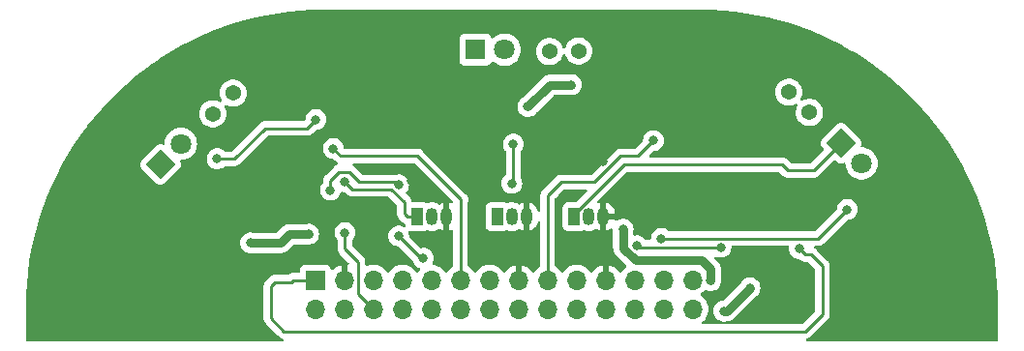
<source format=gbr>
%TF.GenerationSoftware,KiCad,Pcbnew,(7.0.0)*%
%TF.CreationDate,2024-04-01T18:59:34+02:00*%
%TF.ProjectId,Sensing_Subsystem,53656e73-696e-4675-9f53-756273797374,rev?*%
%TF.SameCoordinates,Original*%
%TF.FileFunction,Copper,L2,Bot*%
%TF.FilePolarity,Positive*%
%FSLAX46Y46*%
G04 Gerber Fmt 4.6, Leading zero omitted, Abs format (unit mm)*
G04 Created by KiCad (PCBNEW (7.0.0)) date 2024-04-01 18:59:34*
%MOMM*%
%LPD*%
G01*
G04 APERTURE LIST*
G04 Aperture macros list*
%AMRotRect*
0 Rectangle, with rotation*
0 The origin of the aperture is its center*
0 $1 length*
0 $2 width*
0 $3 Rotation angle, in degrees counterclockwise*
0 Add horizontal line*
21,1,$1,$2,0,0,$3*%
G04 Aperture macros list end*
%TA.AperFunction,ComponentPad*%
%ADD10RotRect,1.800000X1.800000X315.000000*%
%TD*%
%TA.AperFunction,ComponentPad*%
%ADD11C,1.800000*%
%TD*%
%TA.AperFunction,ComponentPad*%
%ADD12R,1.050000X1.500000*%
%TD*%
%TA.AperFunction,ComponentPad*%
%ADD13O,1.050000X1.500000*%
%TD*%
%TA.AperFunction,ComponentPad*%
%ADD14C,1.365000*%
%TD*%
%TA.AperFunction,ComponentPad*%
%ADD15RotRect,1.800000X1.800000X45.000000*%
%TD*%
%TA.AperFunction,ComponentPad*%
%ADD16R,1.700000X1.700000*%
%TD*%
%TA.AperFunction,ComponentPad*%
%ADD17O,1.700000X1.700000*%
%TD*%
%TA.AperFunction,ComponentPad*%
%ADD18R,1.800000X1.800000*%
%TD*%
%TA.AperFunction,ViaPad*%
%ADD19C,0.800000*%
%TD*%
%TA.AperFunction,Conductor*%
%ADD20C,0.750000*%
%TD*%
%TA.AperFunction,Conductor*%
%ADD21C,0.250000*%
%TD*%
G04 APERTURE END LIST*
D10*
%TO.P,D1,1,K*%
%TO.N,Net-(D1-K)*%
X236449417Y-71387601D03*
D11*
%TO.P,D1,2,A*%
%TO.N,Net-(D1-A)*%
X238245469Y-73183653D03*
%TD*%
D12*
%TO.P,Q3,1,D*%
%TO.N,Net-(D2-K)*%
X206374999Y-77850999D03*
D13*
%TO.P,Q3,2,G*%
%TO.N,Net-(Q3-G)*%
X207644999Y-77850999D03*
%TO.P,Q3,3,S*%
%TO.N,GND*%
X208914999Y-77850999D03*
%TD*%
D14*
%TO.P,Q7,1,E*%
%TO.N,Net-(J1-Pin_25)*%
X231864857Y-66930041D03*
%TO.P,Q7,2,C*%
%TO.N,+3V3*%
X233680000Y-68707000D03*
%TD*%
D15*
%TO.P,D3,1,K*%
%TO.N,Net-(D3-K)*%
X176897397Y-73254417D03*
D11*
%TO.P,D3,2,A*%
%TO.N,Net-(D3-A)*%
X178693449Y-71458367D03*
%TD*%
D14*
%TO.P,Q4,1,E*%
%TO.N,Net-(J1-Pin_11)*%
X181483000Y-68834000D03*
%TO.P,Q4,2,C*%
%TO.N,+3V3*%
X183259959Y-67018857D03*
%TD*%
D16*
%TO.P,J1,1,Pin_1*%
%TO.N,Net-(J1-Pin_1)*%
X190459999Y-83401999D03*
D17*
%TO.P,J1,2,Pin_2*%
%TO.N,+3V3*%
X190459999Y-85941999D03*
%TO.P,J1,3,Pin_3*%
%TO.N,GND*%
X192999999Y-83401999D03*
%TO.P,J1,4,Pin_4*%
%TO.N,unconnected-(J1-Pin_4-Pad4)*%
X192999999Y-85941999D03*
%TO.P,J1,5,Pin_5*%
%TO.N,unconnected-(J1-Pin_5-Pad5)*%
X195539999Y-83401999D03*
%TO.P,J1,6,Pin_6*%
%TO.N,Net-(J1-Pin_6)*%
X195539999Y-85941999D03*
%TO.P,J1,7,Pin_7*%
%TO.N,unconnected-(J1-Pin_7-Pad7)*%
X198079999Y-83401999D03*
%TO.P,J1,8,Pin_8*%
%TO.N,unconnected-(J1-Pin_8-Pad8)*%
X198079999Y-85941999D03*
%TO.P,J1,9,Pin_9*%
%TO.N,GND*%
X200619999Y-83401999D03*
%TO.P,J1,10,Pin_10*%
%TO.N,unconnected-(J1-Pin_10-Pad10)*%
X200619999Y-85941999D03*
%TO.P,J1,11,Pin_11*%
%TO.N,Net-(J1-Pin_11)*%
X203159999Y-83401999D03*
%TO.P,J1,12,Pin_12*%
%TO.N,unconnected-(J1-Pin_12-Pad12)*%
X203159999Y-85941999D03*
%TO.P,J1,13,Pin_13*%
%TO.N,unconnected-(J1-Pin_13-Pad13)*%
X205699999Y-83401999D03*
%TO.P,J1,14,Pin_14*%
%TO.N,unconnected-(J1-Pin_14-Pad14)*%
X205699999Y-85941999D03*
%TO.P,J1,15,Pin_15*%
%TO.N,GND*%
X208239999Y-83401999D03*
%TO.P,J1,16,Pin_16*%
%TO.N,unconnected-(J1-Pin_16-Pad16)*%
X208239999Y-85941999D03*
%TO.P,J1,17,Pin_17*%
%TO.N,Net-(J1-Pin_17)*%
X210779999Y-83401999D03*
%TO.P,J1,18,Pin_18*%
%TO.N,unconnected-(J1-Pin_18-Pad18)*%
X210779999Y-85941999D03*
%TO.P,J1,19,Pin_19*%
%TO.N,unconnected-(J1-Pin_19-Pad19)*%
X213319999Y-83401999D03*
%TO.P,J1,20,Pin_20*%
%TO.N,unconnected-(J1-Pin_20-Pad20)*%
X213319999Y-85941999D03*
%TO.P,J1,21,Pin_21*%
%TO.N,GND*%
X215859999Y-83401999D03*
%TO.P,J1,22,Pin_22*%
%TO.N,unconnected-(J1-Pin_22-Pad22)*%
X215859999Y-85941999D03*
%TO.P,J1,23,Pin_23*%
%TO.N,unconnected-(J1-Pin_23-Pad23)*%
X218399999Y-83401999D03*
%TO.P,J1,24,Pin_24*%
%TO.N,Net-(J1-Pin_24)*%
X218399999Y-85941999D03*
%TO.P,J1,25,Pin_25*%
%TO.N,Net-(J1-Pin_25)*%
X220939999Y-83401999D03*
%TO.P,J1,26,Pin_26*%
%TO.N,unconnected-(J1-Pin_26-Pad26)*%
X220939999Y-85941999D03*
%TO.P,J1,27,Pin_27*%
%TO.N,GND*%
X223479999Y-83401999D03*
%TO.P,J1,28,Pin_28*%
%TO.N,+3V3*%
X223479999Y-85941999D03*
%TD*%
D14*
%TO.P,Q2,1,E*%
%TO.N,Net-(J1-Pin_17)*%
X210940000Y-63373000D03*
%TO.P,Q2,2,C*%
%TO.N,+3V3*%
X213480000Y-63346000D03*
%TD*%
D12*
%TO.P,Q1,1,D*%
%TO.N,Net-(D1-K)*%
X213105999Y-77850999D03*
D13*
%TO.P,Q1,2,G*%
%TO.N,Net-(Q1-G)*%
X214375999Y-77850999D03*
%TO.P,Q1,3,S*%
%TO.N,GND*%
X215645999Y-77850999D03*
%TD*%
D12*
%TO.P,Q5,1,D*%
%TO.N,Net-(D3-K)*%
X199389999Y-77850999D03*
D13*
%TO.P,Q5,2,G*%
%TO.N,Net-(Q5-G)*%
X200659999Y-77850999D03*
%TO.P,Q5,3,S*%
%TO.N,GND*%
X201929999Y-77850999D03*
%TD*%
D18*
%TO.P,D2,1,K*%
%TO.N,Net-(D2-K)*%
X204469999Y-63218999D03*
D11*
%TO.P,D2,2,A*%
%TO.N,Net-(D2-A)*%
X207010000Y-63219000D03*
%TD*%
D19*
%TO.N,+3V3*%
X217386500Y-78926200D03*
X225044000Y-83439000D03*
X189865000Y-79375000D03*
X184785000Y-80137000D03*
%TO.N,Net-(Q5-G)*%
X197743299Y-75052701D03*
X191770000Y-75527500D03*
%TO.N,GND*%
X178689000Y-86868000D03*
%TO.N,Net-(D3-A)*%
X190500000Y-69342000D03*
X181864000Y-72771000D03*
%TO.N,Net-(D3-K)*%
X193035701Y-74798701D03*
%TO.N,Net-(Q3-G)*%
X197739000Y-79543500D03*
X199898000Y-81492500D03*
%TO.N,Net-(J1-Pin_6)*%
X193040000Y-79248000D03*
%TO.N,Net-(J1-Pin_11)*%
X192024000Y-71882000D03*
%TO.N,Net-(J1-Pin_17)*%
X220031799Y-71179201D03*
%TO.N,Net-(Q1-G)*%
X225933000Y-80518000D03*
X218567000Y-80391000D03*
%TO.N,GND*%
X243459000Y-82169000D03*
X229489000Y-80772000D03*
%TO.N,Net-(J1-Pin_1)*%
X232791000Y-80645000D03*
%TO.N,Net-(D1-A)*%
X236982000Y-77216000D03*
X220726000Y-79756000D03*
%TO.N,GND*%
X226314000Y-77851000D03*
%TO.N,+3V3*%
X209042000Y-68199000D03*
X212852000Y-66294000D03*
%TO.N,GND*%
X223139000Y-63119000D03*
X206756000Y-72390000D03*
X215646000Y-73025000D03*
X198882000Y-74676000D03*
%TO.N,+3V3*%
X226187000Y-86106000D03*
X228473000Y-84074000D03*
%TO.N,Net-(D2-K)*%
X207645000Y-74930000D03*
X207772000Y-71501000D03*
%TD*%
D20*
%TO.N,+3V3*%
X225044000Y-82550000D02*
X225044000Y-83439000D01*
X225044000Y-82423000D02*
X225044000Y-82550000D01*
X224282000Y-81661000D02*
X225044000Y-82423000D01*
X218458141Y-81661000D02*
X224282000Y-81661000D01*
X217386500Y-80589359D02*
X218458141Y-81661000D01*
X217386500Y-78926200D02*
X217386500Y-80589359D01*
X187452000Y-80137000D02*
X188214000Y-79375000D01*
X184785000Y-80137000D02*
X187452000Y-80137000D01*
X188214000Y-79375000D02*
X189865000Y-79375000D01*
D21*
%TO.N,Net-(Q5-G)*%
X197493598Y-74803000D02*
X197743299Y-75052701D01*
X194310000Y-74803000D02*
X197493598Y-74803000D01*
X193421000Y-73914000D02*
X194310000Y-74803000D01*
X192532000Y-73914000D02*
X193421000Y-73914000D01*
X191770000Y-74676000D02*
X192532000Y-73914000D01*
X191770000Y-75527500D02*
X191770000Y-74676000D01*
%TO.N,Net-(D3-A)*%
X189738000Y-70104000D02*
X190500000Y-69342000D01*
X186055000Y-70104000D02*
X189738000Y-70104000D01*
X183388000Y-72771000D02*
X186055000Y-70104000D01*
X181864000Y-72771000D02*
X183388000Y-72771000D01*
%TO.N,Net-(D3-K)*%
X198501000Y-77851000D02*
X199390000Y-77851000D01*
X193675000Y-75438000D02*
X197104000Y-75438000D01*
X193035701Y-74798701D02*
X193675000Y-75438000D01*
X198247000Y-77597000D02*
X198501000Y-77851000D01*
X197104000Y-75438000D02*
X198247000Y-76581000D01*
X198247000Y-76581000D02*
X198247000Y-77597000D01*
%TO.N,Net-(Q3-G)*%
X199688000Y-81492500D02*
X197739000Y-79543500D01*
X199898000Y-81492500D02*
X199688000Y-81492500D01*
%TO.N,Net-(J1-Pin_6)*%
X193040000Y-79248000D02*
X193040000Y-80645000D01*
X194183000Y-84585000D02*
X195540000Y-85942000D01*
X194183000Y-81788000D02*
X194183000Y-84585000D01*
X193040000Y-80645000D02*
X194183000Y-81788000D01*
%TO.N,Net-(J1-Pin_11)*%
X193802000Y-72517000D02*
X192659000Y-72517000D01*
X199390000Y-72517000D02*
X193802000Y-72517000D01*
X192659000Y-72517000D02*
X192024000Y-71882000D01*
X203200000Y-76327000D02*
X199390000Y-72517000D01*
X203160000Y-76367000D02*
X203200000Y-76327000D01*
X203160000Y-83402000D02*
X203160000Y-76367000D01*
%TO.N,Net-(J1-Pin_17)*%
X218694000Y-72517000D02*
X220031799Y-71179201D01*
X217678000Y-72517000D02*
X218694000Y-72517000D01*
X211963000Y-74803000D02*
X212090000Y-74803000D01*
X211455000Y-75311000D02*
X211963000Y-74803000D01*
X217179305Y-72517000D02*
X217678000Y-72517000D01*
X210780000Y-75986000D02*
X211455000Y-75311000D01*
X210780000Y-83402000D02*
X210780000Y-75986000D01*
X212090000Y-74803000D02*
X214893305Y-74803000D01*
X214893305Y-74803000D02*
X217179305Y-72517000D01*
%TO.N,Net-(Q1-G)*%
X218694000Y-80518000D02*
X225933000Y-80518000D01*
X218567000Y-80391000D02*
X218694000Y-80518000D01*
%TO.N,Net-(J1-Pin_1)*%
X233299000Y-81153000D02*
X232791000Y-80645000D01*
X234823000Y-82169000D02*
X233807000Y-81153000D01*
X234823000Y-86360000D02*
X234823000Y-82169000D01*
X233807000Y-81153000D02*
X233299000Y-81153000D01*
X233299000Y-87884000D02*
X234823000Y-86360000D01*
X226949000Y-87884000D02*
X233299000Y-87884000D01*
%TO.N,Net-(D1-A)*%
X234442000Y-79756000D02*
X236982000Y-77216000D01*
X220726000Y-79756000D02*
X234442000Y-79756000D01*
%TO.N,Net-(D1-K)*%
X234050020Y-73787000D02*
X236449418Y-71387602D01*
X217453000Y-73279000D02*
X231267000Y-73279000D01*
X231267000Y-73279000D02*
X231775000Y-73787000D01*
X231775000Y-73787000D02*
X234050020Y-73787000D01*
X213106000Y-77626000D02*
X217453000Y-73279000D01*
X213106000Y-77851000D02*
X213106000Y-77626000D01*
D20*
%TO.N,+3V3*%
X210947000Y-66294000D02*
X209042000Y-68199000D01*
X212852000Y-66294000D02*
X210947000Y-66294000D01*
X226187000Y-86106000D02*
X226441000Y-86106000D01*
X226441000Y-86106000D02*
X228473000Y-84074000D01*
D21*
%TO.N,Net-(D2-K)*%
X207772000Y-74803000D02*
X207772000Y-71501000D01*
X207645000Y-74930000D02*
X207772000Y-74803000D01*
%TO.N,Net-(J1-Pin_1)*%
X187706000Y-87884000D02*
X186563000Y-86741000D01*
X186944000Y-83566000D02*
X188341000Y-83566000D01*
X188341000Y-83566000D02*
X188505000Y-83402000D01*
X186563000Y-86741000D02*
X186563000Y-83947000D01*
X188505000Y-83402000D02*
X190460000Y-83402000D01*
X186563000Y-83947000D02*
X186944000Y-83566000D01*
X226949000Y-87884000D02*
X187706000Y-87884000D01*
%TD*%
%TA.AperFunction,Conductor*%
%TO.N,GND*%
G36*
X224161675Y-59710047D02*
G01*
X225154363Y-59729065D01*
X225159055Y-59729244D01*
X226149119Y-59786204D01*
X226153805Y-59786563D01*
X227140988Y-59881405D01*
X227145682Y-59881947D01*
X228128468Y-60014526D01*
X228133132Y-60015246D01*
X229110147Y-60185376D01*
X229114767Y-60186272D01*
X230084534Y-60393697D01*
X230089096Y-60394764D01*
X231050214Y-60639183D01*
X231054791Y-60640440D01*
X232005815Y-60921486D01*
X232010304Y-60922906D01*
X232949909Y-61240187D01*
X232954326Y-61241774D01*
X233881069Y-61594803D01*
X233885454Y-61596570D01*
X234797977Y-61984830D01*
X234802270Y-61986754D01*
X235699267Y-62409689D01*
X235703519Y-62411794D01*
X235959624Y-62544768D01*
X236583621Y-62868756D01*
X236587794Y-62871025D01*
X236781818Y-62981399D01*
X237412706Y-63340291D01*
X237449768Y-63361374D01*
X237453847Y-63363800D01*
X237779242Y-63565783D01*
X238296371Y-63886782D01*
X238300359Y-63889364D01*
X239122269Y-64444259D01*
X239126154Y-64446992D01*
X239926187Y-65032945D01*
X239929959Y-65035820D01*
X240587811Y-65557501D01*
X240706960Y-65651987D01*
X240710625Y-65655009D01*
X241463479Y-66300505D01*
X241467025Y-66303666D01*
X242041548Y-66835771D01*
X242193693Y-66976683D01*
X242194567Y-66977492D01*
X242197990Y-66980786D01*
X242899213Y-67682009D01*
X242902507Y-67685432D01*
X243576333Y-68412974D01*
X243579494Y-68416520D01*
X244224990Y-69169374D01*
X244228012Y-69173039D01*
X244844174Y-69950034D01*
X244847054Y-69953812D01*
X245433007Y-70753845D01*
X245435740Y-70757730D01*
X245990635Y-71579640D01*
X245993217Y-71583628D01*
X246516197Y-72426148D01*
X246518625Y-72430231D01*
X247008974Y-73292205D01*
X247011243Y-73296378D01*
X247468202Y-74176475D01*
X247470310Y-74180732D01*
X247893235Y-75077708D01*
X247895178Y-75082043D01*
X248283424Y-75994534D01*
X248285200Y-75998940D01*
X248638215Y-76925646D01*
X248639821Y-76930117D01*
X248957086Y-77869676D01*
X248958519Y-77874205D01*
X249239557Y-78825204D01*
X249240816Y-78829785D01*
X249485227Y-79790871D01*
X249486309Y-79795496D01*
X249693722Y-80765210D01*
X249694627Y-80769874D01*
X249864750Y-81746852D01*
X249865475Y-81751546D01*
X249998050Y-82734305D01*
X249998595Y-82739024D01*
X250093434Y-83726169D01*
X250093797Y-83730906D01*
X250150753Y-84720916D01*
X250150935Y-84725663D01*
X250169948Y-85718195D01*
X250169971Y-85720792D01*
X250165486Y-88223105D01*
X250164934Y-88531350D01*
X250164768Y-88623722D01*
X250148081Y-88685628D01*
X250102704Y-88730924D01*
X250040768Y-88747500D01*
X233481113Y-88747500D01*
X233423664Y-88733389D01*
X233379290Y-88694268D01*
X233358091Y-88639041D01*
X233364890Y-88580277D01*
X233398141Y-88531350D01*
X233450207Y-88503432D01*
X233457797Y-88502474D01*
X233491638Y-88489075D01*
X233498993Y-88486163D01*
X233510043Y-88482379D01*
X233552593Y-88470018D01*
X233570165Y-88459625D01*
X233587632Y-88451068D01*
X233606617Y-88443552D01*
X233642475Y-88417498D01*
X233652223Y-88411096D01*
X233690362Y-88388542D01*
X233704793Y-88374110D01*
X233719588Y-88361472D01*
X233736107Y-88349472D01*
X233764360Y-88315318D01*
X233772203Y-88306699D01*
X235215212Y-86863690D01*
X235223550Y-86856104D01*
X235230018Y-86852000D01*
X235276706Y-86802279D01*
X235279324Y-86799578D01*
X235299134Y-86779770D01*
X235301664Y-86776508D01*
X235309244Y-86767630D01*
X235339586Y-86735321D01*
X235349422Y-86717427D01*
X235360098Y-86701174D01*
X235372613Y-86685041D01*
X235390206Y-86644385D01*
X235395341Y-86633900D01*
X235416695Y-86595060D01*
X235421773Y-86575283D01*
X235428078Y-86556869D01*
X235436181Y-86538145D01*
X235443111Y-86494384D01*
X235445481Y-86482943D01*
X235456500Y-86440030D01*
X235456500Y-86419609D01*
X235458027Y-86400212D01*
X235458386Y-86397940D01*
X235461219Y-86380057D01*
X235457049Y-86335950D01*
X235456500Y-86324282D01*
X235456500Y-82247847D01*
X235457031Y-82236562D01*
X235458702Y-82229091D01*
X235456560Y-82160968D01*
X235456500Y-82157074D01*
X235456500Y-82133044D01*
X235456500Y-82129144D01*
X235455983Y-82125058D01*
X235455065Y-82113399D01*
X235454608Y-82098848D01*
X235453674Y-82069111D01*
X235447974Y-82049494D01*
X235444033Y-82030461D01*
X235441474Y-82010203D01*
X235425165Y-81969012D01*
X235421380Y-81957958D01*
X235414451Y-81934109D01*
X235409018Y-81915407D01*
X235398619Y-81897824D01*
X235390070Y-81880371D01*
X235382552Y-81861383D01*
X235356503Y-81825530D01*
X235350098Y-81815779D01*
X235338365Y-81795939D01*
X235327542Y-81777638D01*
X235313107Y-81763203D01*
X235300470Y-81748407D01*
X235297473Y-81744282D01*
X235288472Y-81731893D01*
X235282460Y-81726920D01*
X235282457Y-81726916D01*
X235254325Y-81703643D01*
X235245685Y-81695781D01*
X234310697Y-80760793D01*
X234303102Y-80752446D01*
X234299000Y-80745982D01*
X234249331Y-80699340D01*
X234246534Y-80696629D01*
X234229527Y-80679622D01*
X234226770Y-80676865D01*
X234223486Y-80674317D01*
X234214624Y-80666746D01*
X234188009Y-80641754D01*
X234188003Y-80641749D01*
X234182321Y-80636414D01*
X234175488Y-80632658D01*
X234175482Y-80632653D01*
X234164429Y-80626576D01*
X234148184Y-80615907D01*
X234144564Y-80613100D01*
X234142487Y-80611488D01*
X234104991Y-80563473D01*
X234094888Y-80503393D01*
X234114618Y-80445753D01*
X234159418Y-80404466D01*
X234218475Y-80389500D01*
X234363154Y-80389500D01*
X234374437Y-80390031D01*
X234381909Y-80391702D01*
X234450017Y-80389560D01*
X234453913Y-80389500D01*
X234477958Y-80389500D01*
X234481856Y-80389500D01*
X234485724Y-80389011D01*
X234485947Y-80388983D01*
X234497608Y-80388064D01*
X234541889Y-80386673D01*
X234561490Y-80380977D01*
X234580541Y-80377032D01*
X234600797Y-80374474D01*
X234632022Y-80362110D01*
X234641993Y-80358163D01*
X234653043Y-80354379D01*
X234695593Y-80342018D01*
X234713165Y-80331625D01*
X234730632Y-80323068D01*
X234749617Y-80315552D01*
X234785475Y-80289498D01*
X234795223Y-80283096D01*
X234833362Y-80260542D01*
X234847793Y-80246110D01*
X234862588Y-80233472D01*
X234879107Y-80221472D01*
X234907360Y-80187318D01*
X234915203Y-80178699D01*
X236933084Y-78160819D01*
X236973313Y-78133939D01*
X237020766Y-78124500D01*
X237070984Y-78124500D01*
X237077487Y-78124500D01*
X237264288Y-78084794D01*
X237438752Y-78007118D01*
X237593253Y-77894866D01*
X237721040Y-77752944D01*
X237816527Y-77587556D01*
X237875542Y-77405928D01*
X237895504Y-77216000D01*
X237875542Y-77026072D01*
X237816527Y-76844444D01*
X237721040Y-76679056D01*
X237593253Y-76537134D01*
X237588003Y-76533319D01*
X237587999Y-76533316D01*
X237444006Y-76428699D01*
X237444004Y-76428697D01*
X237438752Y-76424882D01*
X237432821Y-76422241D01*
X237432817Y-76422239D01*
X237270226Y-76349849D01*
X237270219Y-76349846D01*
X237264288Y-76347206D01*
X237257935Y-76345855D01*
X237257927Y-76345853D01*
X237083849Y-76308852D01*
X237083846Y-76308851D01*
X237077487Y-76307500D01*
X236886513Y-76307500D01*
X236880154Y-76308851D01*
X236880150Y-76308852D01*
X236706072Y-76345853D01*
X236706061Y-76345856D01*
X236699712Y-76347206D01*
X236693782Y-76349845D01*
X236693773Y-76349849D01*
X236531182Y-76422239D01*
X236531174Y-76422243D01*
X236525248Y-76424882D01*
X236519999Y-76428695D01*
X236519993Y-76428699D01*
X236376000Y-76533316D01*
X236375991Y-76533323D01*
X236370747Y-76537134D01*
X236366403Y-76541957D01*
X236366400Y-76541961D01*
X236257794Y-76662581D01*
X236242960Y-76679056D01*
X236239714Y-76684676D01*
X236239711Y-76684682D01*
X236150721Y-76838817D01*
X236150718Y-76838822D01*
X236147473Y-76844444D01*
X236145467Y-76850616D01*
X236145465Y-76850622D01*
X236090465Y-77019892D01*
X236090463Y-77019901D01*
X236088458Y-77026072D01*
X236087779Y-77032531D01*
X236087779Y-77032532D01*
X236071018Y-77191996D01*
X236059617Y-77232418D01*
X236035378Y-77266715D01*
X234215914Y-79086181D01*
X234175686Y-79113061D01*
X234128233Y-79122500D01*
X221433309Y-79122500D01*
X221382874Y-79111780D01*
X221346978Y-79085700D01*
X221346429Y-79086310D01*
X221341598Y-79081960D01*
X221337253Y-79077134D01*
X221332003Y-79073319D01*
X221331999Y-79073316D01*
X221188006Y-78968699D01*
X221188004Y-78968697D01*
X221182752Y-78964882D01*
X221176821Y-78962241D01*
X221176817Y-78962239D01*
X221014226Y-78889849D01*
X221014219Y-78889846D01*
X221008288Y-78887206D01*
X221001935Y-78885855D01*
X221001927Y-78885853D01*
X220827849Y-78848852D01*
X220827846Y-78848851D01*
X220821487Y-78847500D01*
X220630513Y-78847500D01*
X220624154Y-78848851D01*
X220624150Y-78848852D01*
X220450072Y-78885853D01*
X220450061Y-78885856D01*
X220443712Y-78887206D01*
X220437782Y-78889845D01*
X220437773Y-78889849D01*
X220275182Y-78962239D01*
X220275174Y-78962243D01*
X220269248Y-78964882D01*
X220263999Y-78968695D01*
X220263993Y-78968699D01*
X220120000Y-79073316D01*
X220119991Y-79073323D01*
X220114747Y-79077134D01*
X220110403Y-79081957D01*
X220110400Y-79081961D01*
X220009123Y-79194441D01*
X219986960Y-79219056D01*
X219983714Y-79224676D01*
X219983711Y-79224682D01*
X219894721Y-79378817D01*
X219894718Y-79378822D01*
X219891473Y-79384444D01*
X219889467Y-79390616D01*
X219889465Y-79390622D01*
X219834465Y-79559892D01*
X219834463Y-79559901D01*
X219832458Y-79566072D01*
X219831780Y-79572522D01*
X219831778Y-79572532D01*
X219826245Y-79625182D01*
X219812496Y-79756000D01*
X219813027Y-79761052D01*
X219796562Y-79822500D01*
X219751175Y-79867887D01*
X219689175Y-79884500D01*
X219388660Y-79884500D01*
X219338225Y-79873780D01*
X219296510Y-79843472D01*
X219251215Y-79793167D01*
X219178253Y-79712134D01*
X219173003Y-79708319D01*
X219172999Y-79708316D01*
X219029006Y-79603699D01*
X219029004Y-79603697D01*
X219023752Y-79599882D01*
X219017821Y-79597241D01*
X219017817Y-79597239D01*
X218855226Y-79524849D01*
X218855219Y-79524846D01*
X218849288Y-79522206D01*
X218842935Y-79520855D01*
X218842927Y-79520853D01*
X218668849Y-79483852D01*
X218668846Y-79483851D01*
X218662487Y-79482500D01*
X218471513Y-79482500D01*
X218465154Y-79483851D01*
X218465150Y-79483852D01*
X218419781Y-79493496D01*
X218365053Y-79492780D01*
X218315964Y-79468572D01*
X218282079Y-79425589D01*
X218270000Y-79372206D01*
X218270000Y-79166674D01*
X218276069Y-79128357D01*
X218277193Y-79124894D01*
X218280042Y-79116128D01*
X218300004Y-78926200D01*
X218280042Y-78736272D01*
X218221027Y-78554644D01*
X218125540Y-78389256D01*
X217997753Y-78247334D01*
X217992503Y-78243519D01*
X217992499Y-78243516D01*
X217848506Y-78138899D01*
X217848504Y-78138897D01*
X217843252Y-78135082D01*
X217837321Y-78132441D01*
X217837317Y-78132439D01*
X217674726Y-78060049D01*
X217674719Y-78060046D01*
X217668788Y-78057406D01*
X217662435Y-78056055D01*
X217662427Y-78056053D01*
X217488349Y-78019052D01*
X217488346Y-78019051D01*
X217481987Y-78017700D01*
X217291013Y-78017700D01*
X217284654Y-78019051D01*
X217284650Y-78019052D01*
X217110572Y-78056053D01*
X217110561Y-78056056D01*
X217104212Y-78057406D01*
X217098282Y-78060045D01*
X217098273Y-78060049D01*
X216935682Y-78132439D01*
X216935674Y-78132443D01*
X216929748Y-78135082D01*
X216924495Y-78138898D01*
X216924489Y-78138902D01*
X216863108Y-78183497D01*
X216808016Y-78205895D01*
X216748831Y-78200065D01*
X216699167Y-78167348D01*
X216670449Y-78115270D01*
X216667549Y-78104450D01*
X216654674Y-78101000D01*
X215912326Y-78101000D01*
X215899450Y-78104450D01*
X215896000Y-78117326D01*
X215896000Y-79056762D01*
X215898612Y-79067763D01*
X215909897Y-79067070D01*
X216034317Y-79029327D01*
X216045523Y-79024686D01*
X216212844Y-78935250D01*
X216222923Y-78928516D01*
X216275436Y-78885420D01*
X216335706Y-78858645D01*
X216401179Y-78866557D01*
X216453335Y-78906918D01*
X216477422Y-78968312D01*
X216492278Y-79109667D01*
X216492279Y-79109675D01*
X216492958Y-79116128D01*
X216494964Y-79122304D01*
X216494966Y-79122310D01*
X216496931Y-79128357D01*
X216503000Y-79166674D01*
X216503000Y-80510064D01*
X216501473Y-80529463D01*
X216500366Y-80536445D01*
X216500365Y-80536454D01*
X216499350Y-80542866D01*
X216499690Y-80549354D01*
X216499690Y-80549356D01*
X216502830Y-80609266D01*
X216503000Y-80615756D01*
X216503000Y-80635665D01*
X216503337Y-80638877D01*
X216503339Y-80638904D01*
X216505080Y-80655472D01*
X216505589Y-80661934D01*
X216508729Y-80721838D01*
X216508730Y-80721844D01*
X216509070Y-80728330D01*
X216510750Y-80734600D01*
X216510752Y-80734613D01*
X216512583Y-80741445D01*
X216516127Y-80760565D01*
X216516866Y-80767599D01*
X216516867Y-80767604D01*
X216517546Y-80774061D01*
X216519552Y-80780237D01*
X216519554Y-80780243D01*
X216538085Y-80837276D01*
X216539929Y-80843499D01*
X216553778Y-80895182D01*
X216557138Y-80907722D01*
X216560086Y-80913508D01*
X216560088Y-80913513D01*
X216563299Y-80919816D01*
X216570740Y-80937778D01*
X216574936Y-80950690D01*
X216580431Y-80960207D01*
X216608172Y-81008257D01*
X216611269Y-81013961D01*
X216638501Y-81067406D01*
X216638504Y-81067411D01*
X216641453Y-81073198D01*
X216649990Y-81083741D01*
X216661007Y-81099770D01*
X216667796Y-81111528D01*
X216712287Y-81160941D01*
X216716477Y-81165846D01*
X216729028Y-81181345D01*
X216731332Y-81183649D01*
X216731333Y-81183650D01*
X216743108Y-81195425D01*
X216747577Y-81200134D01*
X216792066Y-81249544D01*
X216803045Y-81257521D01*
X216817839Y-81270156D01*
X217641772Y-82094089D01*
X217675090Y-82154653D01*
X217670807Y-82223644D01*
X217630254Y-82279623D01*
X217480801Y-82395947D01*
X217480788Y-82395958D01*
X217476760Y-82399094D01*
X217473297Y-82402855D01*
X217473288Y-82402864D01*
X217327753Y-82560956D01*
X217327747Y-82560963D01*
X217324278Y-82564732D01*
X217321480Y-82569014D01*
X217321468Y-82569030D01*
X217230250Y-82708650D01*
X217186334Y-82749405D01*
X217128435Y-82764812D01*
X217070071Y-82751274D01*
X217024867Y-82711951D01*
X216901215Y-82535357D01*
X216894280Y-82527092D01*
X216734909Y-82367721D01*
X216726643Y-82360784D01*
X216542008Y-82231501D01*
X216532676Y-82226113D01*
X216328397Y-82130856D01*
X216318263Y-82127168D01*
X216123780Y-82075056D01*
X216112551Y-82074688D01*
X216110000Y-82085631D01*
X216110000Y-83528000D01*
X216093387Y-83590000D01*
X216048000Y-83635387D01*
X215986000Y-83652000D01*
X215734000Y-83652000D01*
X215672000Y-83635387D01*
X215626613Y-83590000D01*
X215610000Y-83528000D01*
X215610000Y-82085631D01*
X215607448Y-82074688D01*
X215596219Y-82075056D01*
X215401736Y-82127168D01*
X215391602Y-82130856D01*
X215187332Y-82226110D01*
X215177982Y-82231508D01*
X214993357Y-82360784D01*
X214985092Y-82367719D01*
X214825719Y-82527092D01*
X214818788Y-82535352D01*
X214695132Y-82711952D01*
X214649928Y-82751274D01*
X214591564Y-82764812D01*
X214533665Y-82749405D01*
X214489748Y-82708649D01*
X214398529Y-82569027D01*
X214398523Y-82569019D01*
X214395722Y-82564732D01*
X214368680Y-82535357D01*
X214246711Y-82402864D01*
X214246708Y-82402861D01*
X214243240Y-82399094D01*
X214230597Y-82389253D01*
X214069623Y-82263960D01*
X214069615Y-82263955D01*
X214065576Y-82260811D01*
X214061071Y-82258373D01*
X214061065Y-82258369D01*
X213872080Y-82156096D01*
X213872074Y-82156093D01*
X213867574Y-82153658D01*
X213862733Y-82151996D01*
X213862726Y-82151993D01*
X213659488Y-82082222D01*
X213659487Y-82082221D01*
X213654635Y-82080556D01*
X213649585Y-82079713D01*
X213649576Y-82079711D01*
X213437631Y-82044344D01*
X213437622Y-82044343D01*
X213432569Y-82043500D01*
X213207431Y-82043500D01*
X213202378Y-82044343D01*
X213202368Y-82044344D01*
X212990423Y-82079711D01*
X212990411Y-82079713D01*
X212985365Y-82080556D01*
X212980515Y-82082220D01*
X212980511Y-82082222D01*
X212777273Y-82151993D01*
X212777262Y-82151997D01*
X212772426Y-82153658D01*
X212767929Y-82156091D01*
X212767919Y-82156096D01*
X212578934Y-82258369D01*
X212578922Y-82258376D01*
X212574424Y-82260811D01*
X212570389Y-82263951D01*
X212570376Y-82263960D01*
X212400801Y-82395948D01*
X212400795Y-82395952D01*
X212396760Y-82399094D01*
X212393297Y-82402855D01*
X212393288Y-82402864D01*
X212247753Y-82560956D01*
X212247747Y-82560963D01*
X212244278Y-82564732D01*
X212241481Y-82569012D01*
X212241474Y-82569022D01*
X212153809Y-82703205D01*
X212109017Y-82744438D01*
X212050000Y-82759383D01*
X211990983Y-82744438D01*
X211946191Y-82703205D01*
X211858525Y-82569022D01*
X211858523Y-82569020D01*
X211855722Y-82564732D01*
X211828680Y-82535357D01*
X211706711Y-82402864D01*
X211706708Y-82402861D01*
X211703240Y-82399094D01*
X211690597Y-82389253D01*
X211529623Y-82263960D01*
X211529615Y-82263955D01*
X211525576Y-82260811D01*
X211478482Y-82235325D01*
X211430978Y-82189745D01*
X211413500Y-82126271D01*
X211413500Y-76299766D01*
X211422939Y-76252313D01*
X211449819Y-76212085D01*
X211688193Y-75973711D01*
X211931134Y-75730770D01*
X211931134Y-75730769D01*
X212189087Y-75472816D01*
X212229313Y-75445939D01*
X212276766Y-75436500D01*
X214100233Y-75436500D01*
X214156528Y-75450015D01*
X214200551Y-75487615D01*
X214222706Y-75541102D01*
X214218164Y-75598818D01*
X214187914Y-75648181D01*
X213279914Y-76556181D01*
X213239686Y-76583061D01*
X213192233Y-76592500D01*
X212532362Y-76592500D01*
X212529082Y-76592852D01*
X212529075Y-76592853D01*
X212479505Y-76598182D01*
X212479500Y-76598182D01*
X212471799Y-76599011D01*
X212464543Y-76601717D01*
X212464536Y-76601719D01*
X212343105Y-76647011D01*
X212343099Y-76647013D01*
X212334796Y-76650111D01*
X212327698Y-76655423D01*
X212327695Y-76655426D01*
X212224835Y-76732426D01*
X212224831Y-76732429D01*
X212217739Y-76737739D01*
X212212429Y-76744831D01*
X212212426Y-76744835D01*
X212135426Y-76847695D01*
X212135423Y-76847698D01*
X212130111Y-76854796D01*
X212127013Y-76863099D01*
X212127011Y-76863105D01*
X212081719Y-76984536D01*
X212081717Y-76984543D01*
X212079011Y-76991799D01*
X212078182Y-76999500D01*
X212078182Y-76999505D01*
X212072857Y-77049040D01*
X212072500Y-77052362D01*
X212072500Y-78649638D01*
X212072852Y-78652918D01*
X212072853Y-78652924D01*
X212078017Y-78700961D01*
X212079011Y-78710201D01*
X212081717Y-78717458D01*
X212081719Y-78717463D01*
X212127011Y-78838894D01*
X212130111Y-78847204D01*
X212135425Y-78854303D01*
X212135426Y-78854304D01*
X212199189Y-78939482D01*
X212217739Y-78964261D01*
X212334796Y-79051889D01*
X212471799Y-79102989D01*
X212532362Y-79109500D01*
X213676328Y-79109500D01*
X213679638Y-79109500D01*
X213740201Y-79102989D01*
X213877204Y-79051889D01*
X213884307Y-79046571D01*
X213885416Y-79045966D01*
X213932140Y-79031449D01*
X213980840Y-79036134D01*
X214173399Y-79094546D01*
X214376000Y-79114501D01*
X214578601Y-79094546D01*
X214773417Y-79035450D01*
X214952960Y-78939482D01*
X214953061Y-78939672D01*
X215012974Y-78919880D01*
X215077512Y-78934373D01*
X215246471Y-79024684D01*
X215257682Y-79029327D01*
X215382102Y-79067070D01*
X215393387Y-79067763D01*
X215396000Y-79056762D01*
X215396000Y-78269932D01*
X215396597Y-78257778D01*
X215406147Y-78160819D01*
X215409500Y-78126775D01*
X215409500Y-77584674D01*
X215896000Y-77584674D01*
X215899450Y-77597549D01*
X215912326Y-77601000D01*
X216654674Y-77601000D01*
X216667549Y-77597549D01*
X216671000Y-77584674D01*
X216671000Y-77578689D01*
X216670701Y-77572604D01*
X216656767Y-77431129D01*
X216654401Y-77419234D01*
X216599327Y-77237682D01*
X216594686Y-77226476D01*
X216505250Y-77059155D01*
X216498516Y-77049077D01*
X216378154Y-76902414D01*
X216369585Y-76893845D01*
X216222922Y-76773483D01*
X216212844Y-76766749D01*
X216045523Y-76677313D01*
X216034317Y-76672672D01*
X215909897Y-76634929D01*
X215898612Y-76634236D01*
X215896000Y-76645238D01*
X215896000Y-77584674D01*
X215409500Y-77584674D01*
X215409500Y-77575225D01*
X215396597Y-77444222D01*
X215396000Y-77432068D01*
X215396000Y-76645238D01*
X215393387Y-76634236D01*
X215382101Y-76634929D01*
X215297251Y-76660668D01*
X215232309Y-76662581D01*
X215175314Y-76631392D01*
X215141912Y-76575665D01*
X215141275Y-76510698D01*
X215173574Y-76454328D01*
X217679084Y-73948819D01*
X217719313Y-73921939D01*
X217766766Y-73912500D01*
X230953234Y-73912500D01*
X231000687Y-73921939D01*
X231040915Y-73948819D01*
X231271294Y-74179198D01*
X231278896Y-74187551D01*
X231283000Y-74194018D01*
X231308891Y-74218331D01*
X231332667Y-74240658D01*
X231335465Y-74243369D01*
X231355230Y-74263134D01*
X231358484Y-74265658D01*
X231367367Y-74273244D01*
X231399679Y-74303586D01*
X231406517Y-74307345D01*
X231417568Y-74313421D01*
X231433830Y-74324103D01*
X231443788Y-74331827D01*
X231443792Y-74331829D01*
X231449959Y-74336613D01*
X231457119Y-74339711D01*
X231457122Y-74339713D01*
X231490614Y-74354206D01*
X231501107Y-74359346D01*
X231539940Y-74380695D01*
X231559718Y-74385773D01*
X231578120Y-74392074D01*
X231589504Y-74397000D01*
X231596855Y-74400181D01*
X231640614Y-74407111D01*
X231652041Y-74409477D01*
X231694970Y-74420500D01*
X231715391Y-74420500D01*
X231734788Y-74422027D01*
X231737454Y-74422449D01*
X231754943Y-74425219D01*
X231799049Y-74421049D01*
X231810718Y-74420500D01*
X233971174Y-74420500D01*
X233982457Y-74421031D01*
X233989929Y-74422702D01*
X234058037Y-74420560D01*
X234061933Y-74420500D01*
X234085978Y-74420500D01*
X234089876Y-74420500D01*
X234093744Y-74420011D01*
X234093967Y-74419983D01*
X234105628Y-74419064D01*
X234149909Y-74417673D01*
X234169510Y-74411977D01*
X234188561Y-74408032D01*
X234208817Y-74405474D01*
X234243787Y-74391628D01*
X234250013Y-74389163D01*
X234261063Y-74385379D01*
X234303613Y-74373018D01*
X234321185Y-74362625D01*
X234338652Y-74354068D01*
X234357637Y-74346552D01*
X234393495Y-74320498D01*
X234403243Y-74314096D01*
X234441382Y-74291542D01*
X234455813Y-74277110D01*
X234470608Y-74264472D01*
X234487127Y-74252472D01*
X234515380Y-74218318D01*
X234523223Y-74209699D01*
X235813732Y-72919191D01*
X235869315Y-72887100D01*
X235933503Y-72887100D01*
X235989090Y-72919194D01*
X236124246Y-73054350D01*
X236171675Y-73092571D01*
X236304684Y-73153313D01*
X236449418Y-73174123D01*
X236594152Y-73153313D01*
X236660527Y-73123000D01*
X236718326Y-73111956D01*
X236774710Y-73128799D01*
X236816979Y-73169740D01*
X236835614Y-73225556D01*
X236850993Y-73411159D01*
X236850994Y-73411167D01*
X236851418Y-73416279D01*
X236852675Y-73421246D01*
X236852677Y-73421253D01*
X236888349Y-73562118D01*
X236908720Y-73642560D01*
X236910780Y-73647256D01*
X237000424Y-73851625D01*
X237000427Y-73851631D01*
X237002485Y-73856322D01*
X237005285Y-73860608D01*
X237005289Y-73860615D01*
X237062916Y-73948819D01*
X237130155Y-74051736D01*
X237133629Y-74055509D01*
X237133630Y-74055511D01*
X237280269Y-74214803D01*
X237288249Y-74223471D01*
X237472452Y-74366843D01*
X237476959Y-74369282D01*
X237476962Y-74369284D01*
X237642744Y-74459000D01*
X237677742Y-74477940D01*
X237898518Y-74553733D01*
X238128757Y-74592153D01*
X238357048Y-74592153D01*
X238362181Y-74592153D01*
X238592420Y-74553733D01*
X238813196Y-74477940D01*
X239018486Y-74366843D01*
X239202689Y-74223471D01*
X239360783Y-74051736D01*
X239488453Y-73856322D01*
X239582218Y-73642560D01*
X239639520Y-73416279D01*
X239658796Y-73183653D01*
X239639520Y-72951027D01*
X239582218Y-72724746D01*
X239488453Y-72510984D01*
X239477629Y-72494417D01*
X239411904Y-72393817D01*
X239360783Y-72315570D01*
X239202689Y-72143835D01*
X239018486Y-72000463D01*
X239013981Y-71998025D01*
X239013975Y-71998021D01*
X238817702Y-71891804D01*
X238817696Y-71891801D01*
X238813196Y-71889366D01*
X238808355Y-71887704D01*
X238808348Y-71887701D01*
X238597273Y-71815239D01*
X238597272Y-71815238D01*
X238592420Y-71813573D01*
X238587370Y-71812730D01*
X238587361Y-71812728D01*
X238367243Y-71775997D01*
X238367234Y-71775996D01*
X238362181Y-71775153D01*
X238297187Y-71775153D01*
X238237760Y-71759985D01*
X238192872Y-71718193D01*
X238173503Y-71660000D01*
X238184392Y-71599642D01*
X238190813Y-71585581D01*
X238215129Y-71532336D01*
X238235939Y-71387602D01*
X238215129Y-71242868D01*
X238154387Y-71109859D01*
X238116166Y-71062430D01*
X236774590Y-69720854D01*
X236727161Y-69682633D01*
X236720109Y-69679412D01*
X236720105Y-69679410D01*
X236620536Y-69633940D01*
X236594152Y-69621891D01*
X236585379Y-69620629D01*
X236585377Y-69620629D01*
X236458195Y-69602343D01*
X236449418Y-69601081D01*
X236440641Y-69602343D01*
X236313458Y-69620629D01*
X236313454Y-69620629D01*
X236304684Y-69621891D01*
X236296622Y-69625572D01*
X236296621Y-69625573D01*
X236178730Y-69679410D01*
X236178722Y-69679414D01*
X236171675Y-69682633D01*
X236165634Y-69687500D01*
X236165634Y-69687501D01*
X236126837Y-69718765D01*
X236126825Y-69718774D01*
X236124246Y-69720854D01*
X236121898Y-69723201D01*
X236121889Y-69723210D01*
X234785026Y-71060073D01*
X234785017Y-71060082D01*
X234782670Y-71062430D01*
X234780590Y-71065009D01*
X234780581Y-71065021D01*
X234749317Y-71103818D01*
X234744449Y-71109859D01*
X234741230Y-71116906D01*
X234741226Y-71116914D01*
X234699648Y-71207961D01*
X234683707Y-71242868D01*
X234682445Y-71251638D01*
X234682445Y-71251642D01*
X234672972Y-71317532D01*
X234662897Y-71387602D01*
X234664159Y-71396379D01*
X234681447Y-71516622D01*
X234683707Y-71532336D01*
X234693745Y-71554317D01*
X234741226Y-71658289D01*
X234741228Y-71658293D01*
X234744449Y-71665345D01*
X234782670Y-71712774D01*
X234785025Y-71715129D01*
X234785026Y-71715130D01*
X234917824Y-71847928D01*
X234949918Y-71903515D01*
X234949918Y-71967703D01*
X234917824Y-72023290D01*
X233823934Y-73117181D01*
X233783706Y-73144061D01*
X233736253Y-73153500D01*
X232088767Y-73153500D01*
X232041314Y-73144061D01*
X232001086Y-73117181D01*
X231770695Y-72886790D01*
X231763103Y-72878448D01*
X231759000Y-72871982D01*
X231709316Y-72825326D01*
X231706550Y-72822645D01*
X231689527Y-72805622D01*
X231686770Y-72802865D01*
X231683486Y-72800317D01*
X231674624Y-72792746D01*
X231648009Y-72767754D01*
X231648003Y-72767749D01*
X231642321Y-72762414D01*
X231635488Y-72758658D01*
X231635482Y-72758653D01*
X231624429Y-72752576D01*
X231608174Y-72741899D01*
X231598209Y-72734170D01*
X231598206Y-72734168D01*
X231592041Y-72729386D01*
X231551376Y-72711789D01*
X231540884Y-72706649D01*
X231508896Y-72689063D01*
X231508894Y-72689062D01*
X231502060Y-72685305D01*
X231482284Y-72680227D01*
X231463881Y-72673926D01*
X231452309Y-72668918D01*
X231452301Y-72668915D01*
X231445145Y-72665819D01*
X231437440Y-72664598D01*
X231437438Y-72664598D01*
X231401381Y-72658887D01*
X231389955Y-72656521D01*
X231347030Y-72645500D01*
X231339228Y-72645500D01*
X231326615Y-72645500D01*
X231307217Y-72643973D01*
X231294766Y-72642001D01*
X231287057Y-72640780D01*
X231279291Y-72641514D01*
X231279288Y-72641514D01*
X231242942Y-72644950D01*
X231231273Y-72645500D01*
X219760766Y-72645500D01*
X219704471Y-72631985D01*
X219660448Y-72594385D01*
X219638293Y-72540898D01*
X219642835Y-72483182D01*
X219673085Y-72433819D01*
X219982884Y-72124020D01*
X220023112Y-72097140D01*
X220070565Y-72087701D01*
X220120783Y-72087701D01*
X220127286Y-72087701D01*
X220314087Y-72047995D01*
X220488551Y-71970319D01*
X220643052Y-71858067D01*
X220770839Y-71716145D01*
X220866326Y-71550757D01*
X220925341Y-71369129D01*
X220945303Y-71179201D01*
X220925341Y-70989273D01*
X220866326Y-70807645D01*
X220770839Y-70642257D01*
X220643052Y-70500335D01*
X220637802Y-70496520D01*
X220637798Y-70496517D01*
X220493805Y-70391900D01*
X220493803Y-70391898D01*
X220488551Y-70388083D01*
X220482620Y-70385442D01*
X220482616Y-70385440D01*
X220320025Y-70313050D01*
X220320018Y-70313047D01*
X220314087Y-70310407D01*
X220307734Y-70309056D01*
X220307726Y-70309054D01*
X220133648Y-70272053D01*
X220133645Y-70272052D01*
X220127286Y-70270701D01*
X219936312Y-70270701D01*
X219929953Y-70272052D01*
X219929949Y-70272053D01*
X219755871Y-70309054D01*
X219755860Y-70309057D01*
X219749511Y-70310407D01*
X219743581Y-70313046D01*
X219743572Y-70313050D01*
X219580981Y-70385440D01*
X219580973Y-70385444D01*
X219575047Y-70388083D01*
X219569798Y-70391896D01*
X219569792Y-70391900D01*
X219425799Y-70496517D01*
X219425790Y-70496524D01*
X219420546Y-70500335D01*
X219416202Y-70505158D01*
X219416199Y-70505162D01*
X219328086Y-70603022D01*
X219292759Y-70642257D01*
X219289513Y-70647877D01*
X219289510Y-70647883D01*
X219200520Y-70802018D01*
X219200517Y-70802023D01*
X219197272Y-70807645D01*
X219195266Y-70813817D01*
X219195264Y-70813823D01*
X219140264Y-70983093D01*
X219140262Y-70983102D01*
X219138257Y-70989273D01*
X219137578Y-70995732D01*
X219137578Y-70995733D01*
X219120817Y-71155197D01*
X219109416Y-71195619D01*
X219085177Y-71229916D01*
X218467914Y-71847181D01*
X218427686Y-71874061D01*
X218380233Y-71883500D01*
X217758030Y-71883500D01*
X217258151Y-71883500D01*
X217246867Y-71882968D01*
X217239396Y-71881298D01*
X217231598Y-71881543D01*
X217171288Y-71883439D01*
X217167392Y-71883500D01*
X217139449Y-71883500D01*
X217135582Y-71883988D01*
X217135573Y-71883989D01*
X217135337Y-71884019D01*
X217123711Y-71884934D01*
X217087208Y-71886081D01*
X217087200Y-71886082D01*
X217079415Y-71886327D01*
X217071933Y-71888500D01*
X217071924Y-71888502D01*
X217059810Y-71892022D01*
X217040762Y-71895967D01*
X217028248Y-71897548D01*
X217028247Y-71897548D01*
X217020508Y-71898526D01*
X217013257Y-71901396D01*
X217013252Y-71901398D01*
X216979302Y-71914839D01*
X216968257Y-71918620D01*
X216933207Y-71928803D01*
X216933196Y-71928807D01*
X216925712Y-71930982D01*
X216918999Y-71934951D01*
X216918996Y-71934953D01*
X216908137Y-71941375D01*
X216890675Y-71949929D01*
X216878947Y-71954573D01*
X216878941Y-71954576D01*
X216871688Y-71957448D01*
X216865378Y-71962032D01*
X216865375Y-71962034D01*
X216835846Y-71983488D01*
X216826086Y-71989899D01*
X216794654Y-72008488D01*
X216794651Y-72008490D01*
X216787942Y-72012458D01*
X216782431Y-72017967D01*
X216782424Y-72017974D01*
X216773499Y-72026899D01*
X216758716Y-72039525D01*
X216748512Y-72046939D01*
X216748505Y-72046945D01*
X216742198Y-72051528D01*
X216737229Y-72057533D01*
X216737226Y-72057537D01*
X216713957Y-72085664D01*
X216706097Y-72094301D01*
X214667219Y-74133181D01*
X214626991Y-74160061D01*
X214579538Y-74169500D01*
X212170030Y-74169500D01*
X212041835Y-74169500D01*
X212030560Y-74168968D01*
X212023091Y-74167299D01*
X212015292Y-74167544D01*
X211955001Y-74169439D01*
X211951106Y-74169500D01*
X211923144Y-74169500D01*
X211919290Y-74169986D01*
X211919283Y-74169987D01*
X211919025Y-74170020D01*
X211907403Y-74170934D01*
X211870903Y-74172081D01*
X211870895Y-74172082D01*
X211863110Y-74172327D01*
X211855629Y-74174500D01*
X211855618Y-74174502D01*
X211843505Y-74178022D01*
X211824457Y-74181967D01*
X211811940Y-74183548D01*
X211811936Y-74183548D01*
X211804203Y-74184526D01*
X211796953Y-74187396D01*
X211796950Y-74187397D01*
X211763007Y-74200835D01*
X211751963Y-74204616D01*
X211716901Y-74214803D01*
X211716891Y-74214807D01*
X211709406Y-74216982D01*
X211702696Y-74220949D01*
X211702687Y-74220954D01*
X211691829Y-74227376D01*
X211674361Y-74235933D01*
X211655383Y-74243448D01*
X211649077Y-74248028D01*
X211649074Y-74248031D01*
X211619545Y-74269485D01*
X211609785Y-74275896D01*
X211578352Y-74294486D01*
X211578348Y-74294488D01*
X211571637Y-74298458D01*
X211566121Y-74303973D01*
X211566118Y-74303976D01*
X211557194Y-74312899D01*
X211542411Y-74325525D01*
X211532207Y-74332939D01*
X211532200Y-74332945D01*
X211525893Y-74337528D01*
X211520924Y-74343533D01*
X211520921Y-74343537D01*
X211497652Y-74371664D01*
X211489792Y-74380301D01*
X210978868Y-74891226D01*
X210387794Y-75482300D01*
X210379443Y-75489899D01*
X210372982Y-75494000D01*
X210367642Y-75499685D01*
X210367640Y-75499688D01*
X210326338Y-75543669D01*
X210323633Y-75546461D01*
X210303865Y-75566230D01*
X210301481Y-75569302D01*
X210301478Y-75569306D01*
X210301322Y-75569508D01*
X210293752Y-75578370D01*
X210274552Y-75598818D01*
X210263414Y-75610679D01*
X210259659Y-75617507D01*
X210259658Y-75617510D01*
X210253579Y-75628567D01*
X210242903Y-75644819D01*
X210235168Y-75654791D01*
X210235160Y-75654802D01*
X210230386Y-75660959D01*
X210227291Y-75668110D01*
X210227288Y-75668116D01*
X210212786Y-75701628D01*
X210207648Y-75712115D01*
X210190065Y-75744098D01*
X210190061Y-75744106D01*
X210186305Y-75750940D01*
X210184366Y-75758491D01*
X210184363Y-75758499D01*
X210181225Y-75770722D01*
X210174926Y-75789119D01*
X210166819Y-75807855D01*
X210165599Y-75815553D01*
X210165598Y-75815559D01*
X210159888Y-75851611D01*
X210157520Y-75863045D01*
X210148438Y-75898417D01*
X210148436Y-75898426D01*
X210146500Y-75905970D01*
X210146500Y-75913766D01*
X210146500Y-75926385D01*
X210144973Y-75945783D01*
X210144425Y-75949246D01*
X210141780Y-75965943D01*
X210142514Y-75973708D01*
X210142514Y-75973711D01*
X210145950Y-76010058D01*
X210146500Y-76021727D01*
X210146500Y-77318751D01*
X210126935Y-77385604D01*
X210074414Y-77431361D01*
X210005511Y-77441582D01*
X209941969Y-77413041D01*
X209903839Y-77354746D01*
X209868327Y-77237682D01*
X209863686Y-77226476D01*
X209774250Y-77059155D01*
X209767516Y-77049077D01*
X209647154Y-76902414D01*
X209638585Y-76893845D01*
X209491922Y-76773483D01*
X209481844Y-76766749D01*
X209314523Y-76677313D01*
X209303317Y-76672672D01*
X209178897Y-76634929D01*
X209167612Y-76634236D01*
X209165000Y-76645238D01*
X209165000Y-79056762D01*
X209167612Y-79067763D01*
X209178897Y-79067070D01*
X209303317Y-79029327D01*
X209314523Y-79024686D01*
X209481844Y-78935250D01*
X209491922Y-78928516D01*
X209638585Y-78808154D01*
X209647154Y-78799585D01*
X209767516Y-78652922D01*
X209774250Y-78642844D01*
X209863686Y-78475523D01*
X209868327Y-78464317D01*
X209903839Y-78347254D01*
X209941969Y-78288959D01*
X210005511Y-78260418D01*
X210074414Y-78270639D01*
X210126935Y-78316396D01*
X210146500Y-78383249D01*
X210146500Y-82126271D01*
X210129022Y-82189745D01*
X210081517Y-82235325D01*
X210076025Y-82238298D01*
X210038934Y-82258370D01*
X210038931Y-82258371D01*
X210034424Y-82260811D01*
X210030389Y-82263951D01*
X210030376Y-82263960D01*
X209860801Y-82395948D01*
X209860795Y-82395952D01*
X209856760Y-82399094D01*
X209853297Y-82402855D01*
X209853288Y-82402864D01*
X209707753Y-82560956D01*
X209707747Y-82560963D01*
X209704278Y-82564732D01*
X209701480Y-82569014D01*
X209701468Y-82569030D01*
X209610250Y-82708650D01*
X209566334Y-82749405D01*
X209508435Y-82764812D01*
X209450071Y-82751274D01*
X209404867Y-82711951D01*
X209281215Y-82535357D01*
X209274280Y-82527092D01*
X209114909Y-82367721D01*
X209106643Y-82360784D01*
X208922008Y-82231501D01*
X208912676Y-82226113D01*
X208708397Y-82130856D01*
X208698263Y-82127168D01*
X208503780Y-82075056D01*
X208492551Y-82074688D01*
X208490000Y-82085631D01*
X208490000Y-83528000D01*
X208473387Y-83590000D01*
X208428000Y-83635387D01*
X208366000Y-83652000D01*
X208114000Y-83652000D01*
X208052000Y-83635387D01*
X208006613Y-83590000D01*
X207990000Y-83528000D01*
X207990000Y-82085631D01*
X207987448Y-82074688D01*
X207976219Y-82075056D01*
X207781736Y-82127168D01*
X207771602Y-82130856D01*
X207567332Y-82226110D01*
X207557982Y-82231508D01*
X207373357Y-82360784D01*
X207365092Y-82367719D01*
X207205719Y-82527092D01*
X207198788Y-82535352D01*
X207075132Y-82711952D01*
X207029928Y-82751274D01*
X206971564Y-82764812D01*
X206913665Y-82749405D01*
X206869748Y-82708649D01*
X206778529Y-82569027D01*
X206778523Y-82569019D01*
X206775722Y-82564732D01*
X206748680Y-82535357D01*
X206626711Y-82402864D01*
X206626708Y-82402861D01*
X206623240Y-82399094D01*
X206610597Y-82389253D01*
X206449623Y-82263960D01*
X206449615Y-82263955D01*
X206445576Y-82260811D01*
X206441071Y-82258373D01*
X206441065Y-82258369D01*
X206252080Y-82156096D01*
X206252074Y-82156093D01*
X206247574Y-82153658D01*
X206242733Y-82151996D01*
X206242726Y-82151993D01*
X206039488Y-82082222D01*
X206039487Y-82082221D01*
X206034635Y-82080556D01*
X206029585Y-82079713D01*
X206029576Y-82079711D01*
X205817631Y-82044344D01*
X205817622Y-82044343D01*
X205812569Y-82043500D01*
X205587431Y-82043500D01*
X205582378Y-82044343D01*
X205582368Y-82044344D01*
X205370423Y-82079711D01*
X205370411Y-82079713D01*
X205365365Y-82080556D01*
X205360515Y-82082220D01*
X205360511Y-82082222D01*
X205157273Y-82151993D01*
X205157262Y-82151997D01*
X205152426Y-82153658D01*
X205147929Y-82156091D01*
X205147919Y-82156096D01*
X204958934Y-82258369D01*
X204958922Y-82258376D01*
X204954424Y-82260811D01*
X204950389Y-82263951D01*
X204950376Y-82263960D01*
X204780801Y-82395948D01*
X204780795Y-82395952D01*
X204776760Y-82399094D01*
X204773297Y-82402855D01*
X204773288Y-82402864D01*
X204627753Y-82560956D01*
X204627747Y-82560963D01*
X204624278Y-82564732D01*
X204621481Y-82569012D01*
X204621474Y-82569022D01*
X204533809Y-82703205D01*
X204489017Y-82744438D01*
X204430000Y-82759383D01*
X204370983Y-82744438D01*
X204326191Y-82703205D01*
X204238525Y-82569022D01*
X204238523Y-82569020D01*
X204235722Y-82564732D01*
X204208680Y-82535357D01*
X204086711Y-82402864D01*
X204086708Y-82402861D01*
X204083240Y-82399094D01*
X204070597Y-82389253D01*
X203909623Y-82263960D01*
X203909615Y-82263955D01*
X203905576Y-82260811D01*
X203858482Y-82235325D01*
X203810978Y-82189745D01*
X203793500Y-82126271D01*
X203793500Y-78649638D01*
X205341500Y-78649638D01*
X205341852Y-78652918D01*
X205341853Y-78652924D01*
X205347017Y-78700961D01*
X205348011Y-78710201D01*
X205350717Y-78717458D01*
X205350719Y-78717463D01*
X205396011Y-78838894D01*
X205399111Y-78847204D01*
X205404425Y-78854303D01*
X205404426Y-78854304D01*
X205468189Y-78939482D01*
X205486739Y-78964261D01*
X205603796Y-79051889D01*
X205740799Y-79102989D01*
X205801362Y-79109500D01*
X206945328Y-79109500D01*
X206948638Y-79109500D01*
X207009201Y-79102989D01*
X207146204Y-79051889D01*
X207153307Y-79046571D01*
X207154416Y-79045966D01*
X207201140Y-79031449D01*
X207249840Y-79036134D01*
X207442399Y-79094546D01*
X207645000Y-79114501D01*
X207847601Y-79094546D01*
X208042417Y-79035450D01*
X208221960Y-78939482D01*
X208222061Y-78939672D01*
X208281974Y-78919880D01*
X208346512Y-78934373D01*
X208515471Y-79024684D01*
X208526682Y-79029327D01*
X208651102Y-79067070D01*
X208662387Y-79067763D01*
X208665000Y-79056762D01*
X208665000Y-78269932D01*
X208665597Y-78257778D01*
X208675147Y-78160819D01*
X208678500Y-78126775D01*
X208678500Y-77575225D01*
X208665597Y-77444222D01*
X208665000Y-77432068D01*
X208665000Y-76645238D01*
X208662387Y-76634236D01*
X208651102Y-76634929D01*
X208526682Y-76672672D01*
X208515471Y-76677315D01*
X208346512Y-76767627D01*
X208281974Y-76782120D01*
X208222061Y-76762327D01*
X208221960Y-76762518D01*
X208220861Y-76761930D01*
X208220858Y-76761929D01*
X208088751Y-76691316D01*
X208047789Y-76669421D01*
X208047785Y-76669419D01*
X208042417Y-76666550D01*
X208036593Y-76664783D01*
X208036590Y-76664782D01*
X207853431Y-76609222D01*
X207853426Y-76609221D01*
X207847601Y-76607454D01*
X207841540Y-76606857D01*
X207841535Y-76606856D01*
X207651061Y-76588096D01*
X207645000Y-76587499D01*
X207638939Y-76588096D01*
X207448464Y-76606856D01*
X207448457Y-76606857D01*
X207442399Y-76607454D01*
X207436571Y-76609221D01*
X207436565Y-76609223D01*
X207249841Y-76665864D01*
X207201141Y-76670550D01*
X207154419Y-76656035D01*
X207153304Y-76655426D01*
X207146204Y-76650111D01*
X207137896Y-76647012D01*
X207137894Y-76647011D01*
X207016463Y-76601719D01*
X207016458Y-76601717D01*
X207009201Y-76599011D01*
X207001497Y-76598182D01*
X207001494Y-76598182D01*
X206951924Y-76592853D01*
X206951918Y-76592852D01*
X206948638Y-76592500D01*
X205801362Y-76592500D01*
X205798082Y-76592852D01*
X205798075Y-76592853D01*
X205748505Y-76598182D01*
X205748500Y-76598182D01*
X205740799Y-76599011D01*
X205733543Y-76601717D01*
X205733536Y-76601719D01*
X205612105Y-76647011D01*
X205612099Y-76647013D01*
X205603796Y-76650111D01*
X205596698Y-76655423D01*
X205596695Y-76655426D01*
X205493835Y-76732426D01*
X205493831Y-76732429D01*
X205486739Y-76737739D01*
X205481429Y-76744831D01*
X205481426Y-76744835D01*
X205404426Y-76847695D01*
X205404423Y-76847698D01*
X205399111Y-76854796D01*
X205396013Y-76863099D01*
X205396011Y-76863105D01*
X205350719Y-76984536D01*
X205350717Y-76984543D01*
X205348011Y-76991799D01*
X205347182Y-76999500D01*
X205347182Y-76999505D01*
X205341857Y-77049040D01*
X205341500Y-77052362D01*
X205341500Y-78649638D01*
X203793500Y-78649638D01*
X203793500Y-76582287D01*
X203800053Y-76544734D01*
X203800786Y-76543296D01*
X203802621Y-76535082D01*
X203809841Y-76512861D01*
X203813181Y-76505145D01*
X203821977Y-76449604D01*
X203823426Y-76442006D01*
X203835702Y-76387092D01*
X203835437Y-76378664D01*
X203836902Y-76355374D01*
X203838220Y-76347057D01*
X203835728Y-76320695D01*
X203832929Y-76291087D01*
X203832439Y-76283308D01*
X203832127Y-76273383D01*
X203830674Y-76227111D01*
X203828321Y-76219013D01*
X203823949Y-76196088D01*
X203823891Y-76195475D01*
X203823890Y-76195474D01*
X203823157Y-76187707D01*
X203804107Y-76134794D01*
X203801713Y-76127428D01*
X203786019Y-76073407D01*
X203781730Y-76066155D01*
X203771791Y-76045034D01*
X203768939Y-76037111D01*
X203737325Y-75990591D01*
X203733173Y-75984050D01*
X203704542Y-75935638D01*
X203698589Y-75929685D01*
X203683711Y-75911701D01*
X203683356Y-75911179D01*
X203678973Y-75904729D01*
X203636777Y-75867528D01*
X203631099Y-75862195D01*
X202698904Y-74930000D01*
X206731496Y-74930000D01*
X206732175Y-74936460D01*
X206750778Y-75113467D01*
X206750779Y-75113475D01*
X206751458Y-75119928D01*
X206753463Y-75126100D01*
X206753465Y-75126107D01*
X206789227Y-75236168D01*
X206810473Y-75301556D01*
X206813720Y-75307180D01*
X206813721Y-75307182D01*
X206893832Y-75445939D01*
X206905960Y-75466944D01*
X207033747Y-75608866D01*
X207038997Y-75612680D01*
X207039000Y-75612683D01*
X207129119Y-75678158D01*
X207188248Y-75721118D01*
X207194181Y-75723759D01*
X207194182Y-75723760D01*
X207350623Y-75793412D01*
X207362712Y-75798794D01*
X207369070Y-75800145D01*
X207369072Y-75800146D01*
X207371660Y-75800696D01*
X207549513Y-75838500D01*
X207733984Y-75838500D01*
X207740487Y-75838500D01*
X207927288Y-75798794D01*
X208101752Y-75721118D01*
X208256253Y-75608866D01*
X208384040Y-75466944D01*
X208479527Y-75301556D01*
X208538542Y-75119928D01*
X208558504Y-74930000D01*
X208538542Y-74740072D01*
X208479527Y-74558444D01*
X208422113Y-74459000D01*
X208405500Y-74397000D01*
X208405500Y-72202757D01*
X208413736Y-72158319D01*
X208437350Y-72119785D01*
X208440623Y-72116150D01*
X208511040Y-72037944D01*
X208606527Y-71872556D01*
X208665542Y-71690928D01*
X208685504Y-71501000D01*
X208665542Y-71311072D01*
X208606527Y-71129444D01*
X208511040Y-70964056D01*
X208383253Y-70822134D01*
X208378003Y-70818319D01*
X208377999Y-70818316D01*
X208234006Y-70713699D01*
X208234004Y-70713697D01*
X208228752Y-70709882D01*
X208222821Y-70707241D01*
X208222817Y-70707239D01*
X208060226Y-70634849D01*
X208060219Y-70634846D01*
X208054288Y-70632206D01*
X208047935Y-70630855D01*
X208047927Y-70630853D01*
X207873849Y-70593852D01*
X207873846Y-70593851D01*
X207867487Y-70592500D01*
X207676513Y-70592500D01*
X207670154Y-70593851D01*
X207670150Y-70593852D01*
X207496072Y-70630853D01*
X207496061Y-70630856D01*
X207489712Y-70632206D01*
X207483782Y-70634845D01*
X207483773Y-70634849D01*
X207321182Y-70707239D01*
X207321174Y-70707243D01*
X207315248Y-70709882D01*
X207309999Y-70713695D01*
X207309993Y-70713699D01*
X207166000Y-70818316D01*
X207165991Y-70818323D01*
X207160747Y-70822134D01*
X207156403Y-70826957D01*
X207156400Y-70826961D01*
X207037307Y-70959228D01*
X207032960Y-70964056D01*
X207029714Y-70969676D01*
X207029711Y-70969682D01*
X206940721Y-71123817D01*
X206940718Y-71123822D01*
X206937473Y-71129444D01*
X206935467Y-71135616D01*
X206935465Y-71135622D01*
X206880465Y-71304892D01*
X206880463Y-71304901D01*
X206878458Y-71311072D01*
X206877780Y-71317522D01*
X206877778Y-71317532D01*
X206861515Y-71472279D01*
X206858496Y-71501000D01*
X206859175Y-71507460D01*
X206877778Y-71684467D01*
X206877779Y-71684475D01*
X206878458Y-71690928D01*
X206880463Y-71697100D01*
X206880465Y-71697107D01*
X206934645Y-71863852D01*
X206937473Y-71872556D01*
X206940720Y-71878180D01*
X206940721Y-71878182D01*
X207018245Y-72012458D01*
X207032960Y-72037944D01*
X207097823Y-72109982D01*
X207106650Y-72119785D01*
X207130264Y-72158319D01*
X207138500Y-72202757D01*
X207138500Y-74111845D01*
X207124985Y-74168140D01*
X207087385Y-74212163D01*
X207039004Y-74247313D01*
X207038995Y-74247320D01*
X207033747Y-74251134D01*
X207029403Y-74255957D01*
X207029400Y-74255961D01*
X206917090Y-74380695D01*
X206905960Y-74393056D01*
X206902714Y-74398676D01*
X206902711Y-74398682D01*
X206813721Y-74552817D01*
X206813718Y-74552822D01*
X206810473Y-74558444D01*
X206808467Y-74564616D01*
X206808465Y-74564622D01*
X206753465Y-74733892D01*
X206753463Y-74733901D01*
X206751458Y-74740072D01*
X206750780Y-74746522D01*
X206750778Y-74746532D01*
X206733733Y-74908715D01*
X206731496Y-74930000D01*
X202698904Y-74930000D01*
X199893695Y-72124790D01*
X199886103Y-72116448D01*
X199882000Y-72109982D01*
X199832316Y-72063326D01*
X199829550Y-72060645D01*
X199812527Y-72043622D01*
X199809770Y-72040865D01*
X199806486Y-72038317D01*
X199797624Y-72030746D01*
X199771009Y-72005754D01*
X199771003Y-72005749D01*
X199765321Y-72000414D01*
X199758488Y-71996658D01*
X199758482Y-71996653D01*
X199747429Y-71990576D01*
X199731174Y-71979899D01*
X199721209Y-71972170D01*
X199721206Y-71972168D01*
X199715041Y-71967386D01*
X199678487Y-71951568D01*
X199674376Y-71949789D01*
X199663884Y-71944649D01*
X199631896Y-71927063D01*
X199631894Y-71927062D01*
X199625060Y-71923305D01*
X199605284Y-71918227D01*
X199586881Y-71911926D01*
X199575309Y-71906918D01*
X199575301Y-71906915D01*
X199568145Y-71903819D01*
X199560440Y-71902598D01*
X199560438Y-71902598D01*
X199524381Y-71896887D01*
X199512955Y-71894521D01*
X199470030Y-71883500D01*
X199462228Y-71883500D01*
X199449615Y-71883500D01*
X199430217Y-71881973D01*
X199417766Y-71880001D01*
X199410057Y-71878780D01*
X199402291Y-71879514D01*
X199402288Y-71879514D01*
X199365942Y-71882950D01*
X199354273Y-71883500D01*
X193882030Y-71883500D01*
X193049312Y-71883500D01*
X192991097Y-71868985D01*
X192946511Y-71828840D01*
X192925991Y-71772461D01*
X192918221Y-71698532D01*
X192918220Y-71698531D01*
X192917542Y-71692072D01*
X192858527Y-71510444D01*
X192763040Y-71345056D01*
X192635253Y-71203134D01*
X192630003Y-71199319D01*
X192629999Y-71199316D01*
X192486006Y-71094699D01*
X192486004Y-71094697D01*
X192480752Y-71090882D01*
X192474821Y-71088241D01*
X192474817Y-71088239D01*
X192312226Y-71015849D01*
X192312219Y-71015846D01*
X192306288Y-71013206D01*
X192299935Y-71011855D01*
X192299927Y-71011853D01*
X192125849Y-70974852D01*
X192125846Y-70974851D01*
X192119487Y-70973500D01*
X191928513Y-70973500D01*
X191922154Y-70974851D01*
X191922150Y-70974852D01*
X191748072Y-71011853D01*
X191748061Y-71011856D01*
X191741712Y-71013206D01*
X191735782Y-71015845D01*
X191735773Y-71015849D01*
X191573182Y-71088239D01*
X191573174Y-71088243D01*
X191567248Y-71090882D01*
X191561999Y-71094695D01*
X191561993Y-71094699D01*
X191418000Y-71199316D01*
X191417991Y-71199323D01*
X191412747Y-71203134D01*
X191408403Y-71207957D01*
X191408400Y-71207961D01*
X191289307Y-71340228D01*
X191284960Y-71345056D01*
X191281714Y-71350676D01*
X191281711Y-71350682D01*
X191192721Y-71504817D01*
X191192718Y-71504822D01*
X191189473Y-71510444D01*
X191187467Y-71516616D01*
X191187465Y-71516622D01*
X191132465Y-71685892D01*
X191132463Y-71685901D01*
X191130458Y-71692072D01*
X191129780Y-71698522D01*
X191129778Y-71698532D01*
X191112403Y-71863852D01*
X191110496Y-71882000D01*
X191111175Y-71888460D01*
X191129778Y-72065467D01*
X191129779Y-72065475D01*
X191130458Y-72071928D01*
X191132463Y-72078100D01*
X191132465Y-72078107D01*
X191153822Y-72143835D01*
X191189473Y-72253556D01*
X191192720Y-72259180D01*
X191192721Y-72259182D01*
X191277268Y-72405622D01*
X191284960Y-72418944D01*
X191412747Y-72560866D01*
X191417997Y-72564680D01*
X191418000Y-72564683D01*
X191546403Y-72657973D01*
X191567248Y-72673118D01*
X191573181Y-72675759D01*
X191573182Y-72675760D01*
X191735164Y-72747879D01*
X191741712Y-72750794D01*
X191748070Y-72752145D01*
X191748072Y-72752146D01*
X191758291Y-72754318D01*
X191928513Y-72790500D01*
X191985234Y-72790500D01*
X192032687Y-72799939D01*
X192072915Y-72826819D01*
X192155294Y-72909198D01*
X192162896Y-72917551D01*
X192167000Y-72924018D01*
X192212886Y-72967107D01*
X192216667Y-72970658D01*
X192219465Y-72973369D01*
X192239231Y-72993135D01*
X192242310Y-72995523D01*
X192242486Y-72995660D01*
X192251376Y-73003252D01*
X192283679Y-73033586D01*
X192301570Y-73043421D01*
X192317827Y-73054101D01*
X192327796Y-73061833D01*
X192333960Y-73066614D01*
X192353888Y-73075237D01*
X192354208Y-73075376D01*
X192400506Y-73110138D01*
X192425976Y-73162129D01*
X192425066Y-73220018D01*
X192397974Y-73271183D01*
X192350606Y-73304472D01*
X192332005Y-73311836D01*
X192320961Y-73315617D01*
X192285896Y-73325805D01*
X192285888Y-73325808D01*
X192278407Y-73327982D01*
X192271695Y-73331950D01*
X192271695Y-73331951D01*
X192260834Y-73338374D01*
X192243370Y-73346929D01*
X192231636Y-73351575D01*
X192231629Y-73351578D01*
X192224383Y-73354448D01*
X192218079Y-73359027D01*
X192218068Y-73359034D01*
X192188534Y-73380491D01*
X192178776Y-73386901D01*
X192147355Y-73405483D01*
X192147341Y-73405493D01*
X192140638Y-73409458D01*
X192135122Y-73414973D01*
X192135119Y-73414976D01*
X192126197Y-73423897D01*
X192111414Y-73436523D01*
X192101206Y-73443940D01*
X192101200Y-73443944D01*
X192094893Y-73448528D01*
X192089926Y-73454530D01*
X192089915Y-73454542D01*
X192066643Y-73482673D01*
X192058783Y-73491311D01*
X191377794Y-74172300D01*
X191369443Y-74179899D01*
X191362982Y-74184000D01*
X191357642Y-74189685D01*
X191357640Y-74189688D01*
X191316338Y-74233669D01*
X191313633Y-74236461D01*
X191293865Y-74256230D01*
X191291481Y-74259302D01*
X191291478Y-74259306D01*
X191291322Y-74259508D01*
X191283752Y-74268370D01*
X191261994Y-74291542D01*
X191253414Y-74300679D01*
X191249659Y-74307507D01*
X191249658Y-74307510D01*
X191243579Y-74318567D01*
X191232903Y-74334819D01*
X191225168Y-74344791D01*
X191225160Y-74344802D01*
X191220386Y-74350959D01*
X191217291Y-74358110D01*
X191217288Y-74358116D01*
X191202786Y-74391628D01*
X191197648Y-74402115D01*
X191180065Y-74434098D01*
X191180061Y-74434106D01*
X191176305Y-74440940D01*
X191174366Y-74448491D01*
X191174363Y-74448499D01*
X191171225Y-74460722D01*
X191164926Y-74479119D01*
X191156819Y-74497855D01*
X191155599Y-74505553D01*
X191155598Y-74505559D01*
X191149888Y-74541611D01*
X191147520Y-74553045D01*
X191138438Y-74588417D01*
X191138436Y-74588426D01*
X191136500Y-74595970D01*
X191136500Y-74603766D01*
X191136500Y-74616385D01*
X191134972Y-74635783D01*
X191131780Y-74655943D01*
X191132514Y-74663708D01*
X191132514Y-74663711D01*
X191135950Y-74700058D01*
X191136500Y-74711727D01*
X191136500Y-74825743D01*
X191128264Y-74870181D01*
X191104650Y-74908715D01*
X191056124Y-74962609D01*
X191030960Y-74990556D01*
X191027714Y-74996176D01*
X191027711Y-74996182D01*
X190938721Y-75150317D01*
X190938718Y-75150322D01*
X190935473Y-75155944D01*
X190933467Y-75162116D01*
X190933465Y-75162122D01*
X190878465Y-75331392D01*
X190878463Y-75331401D01*
X190876458Y-75337572D01*
X190875780Y-75344022D01*
X190875778Y-75344032D01*
X190860688Y-75487615D01*
X190856496Y-75527500D01*
X190857175Y-75533960D01*
X190875778Y-75710967D01*
X190875779Y-75710975D01*
X190876458Y-75717428D01*
X190878463Y-75723600D01*
X190878465Y-75723607D01*
X190933069Y-75891658D01*
X190935473Y-75899056D01*
X190938720Y-75904680D01*
X190938721Y-75904682D01*
X191027303Y-76058111D01*
X191030960Y-76064444D01*
X191158747Y-76206366D01*
X191163997Y-76210180D01*
X191164000Y-76210183D01*
X191289599Y-76301436D01*
X191313248Y-76318618D01*
X191319181Y-76321259D01*
X191319182Y-76321260D01*
X191467043Y-76387092D01*
X191487712Y-76396294D01*
X191494070Y-76397645D01*
X191494072Y-76397646D01*
X191530874Y-76405468D01*
X191674513Y-76436000D01*
X191858984Y-76436000D01*
X191865487Y-76436000D01*
X192052288Y-76396294D01*
X192226752Y-76318618D01*
X192381253Y-76206366D01*
X192509040Y-76064444D01*
X192604527Y-75899056D01*
X192650022Y-75759035D01*
X192681816Y-75708157D01*
X192733774Y-75678158D01*
X192793731Y-75676065D01*
X192940214Y-75707201D01*
X192996935Y-75707201D01*
X193044388Y-75716640D01*
X193084616Y-75743520D01*
X193171294Y-75830198D01*
X193178896Y-75838551D01*
X193183000Y-75845018D01*
X193188690Y-75850361D01*
X193232667Y-75891658D01*
X193235465Y-75894369D01*
X193255230Y-75914134D01*
X193258484Y-75916658D01*
X193267367Y-75924244D01*
X193299679Y-75954586D01*
X193306517Y-75958345D01*
X193317568Y-75964421D01*
X193333830Y-75975103D01*
X193343788Y-75982827D01*
X193343792Y-75982829D01*
X193349959Y-75987613D01*
X193357119Y-75990711D01*
X193357122Y-75990713D01*
X193390614Y-76005206D01*
X193401107Y-76010346D01*
X193439940Y-76031695D01*
X193459718Y-76036773D01*
X193478120Y-76043074D01*
X193481284Y-76044443D01*
X193496855Y-76051181D01*
X193540621Y-76058112D01*
X193552041Y-76060477D01*
X193594970Y-76071500D01*
X193615385Y-76071500D01*
X193634783Y-76073027D01*
X193654943Y-76076220D01*
X193693476Y-76072577D01*
X193699058Y-76072050D01*
X193710727Y-76071500D01*
X196790234Y-76071500D01*
X196837687Y-76080939D01*
X196877915Y-76107819D01*
X197577181Y-76807086D01*
X197604061Y-76847314D01*
X197613500Y-76894767D01*
X197613500Y-77518154D01*
X197612968Y-77529437D01*
X197611298Y-77536909D01*
X197611543Y-77544705D01*
X197611543Y-77544707D01*
X197613439Y-77605017D01*
X197613500Y-77608913D01*
X197613500Y-77636856D01*
X197613988Y-77640721D01*
X197613989Y-77640732D01*
X197614019Y-77640970D01*
X197614934Y-77652596D01*
X197616081Y-77689096D01*
X197616082Y-77689103D01*
X197616327Y-77696889D01*
X197618500Y-77704370D01*
X197618502Y-77704380D01*
X197622022Y-77716495D01*
X197625967Y-77735542D01*
X197627454Y-77747317D01*
X197628526Y-77755797D01*
X197631395Y-77763045D01*
X197631398Y-77763054D01*
X197644838Y-77797001D01*
X197648621Y-77808048D01*
X197660982Y-77850593D01*
X197664953Y-77857308D01*
X197664954Y-77857310D01*
X197671375Y-77868168D01*
X197679930Y-77885631D01*
X197687448Y-77904617D01*
X197692030Y-77910924D01*
X197692031Y-77910925D01*
X197713491Y-77940462D01*
X197719905Y-77950227D01*
X197742458Y-77988362D01*
X197747975Y-77993879D01*
X197747976Y-77993880D01*
X197756889Y-78002793D01*
X197769525Y-78017588D01*
X197776938Y-78027791D01*
X197776943Y-78027796D01*
X197781528Y-78034107D01*
X197809692Y-78057406D01*
X197815667Y-78062349D01*
X197824308Y-78070212D01*
X197997294Y-78243198D01*
X198004896Y-78251551D01*
X198009000Y-78258018D01*
X198014690Y-78263361D01*
X198058667Y-78304658D01*
X198061464Y-78307368D01*
X198081230Y-78327134D01*
X198084484Y-78329658D01*
X198093367Y-78337244D01*
X198125679Y-78367586D01*
X198132517Y-78371345D01*
X198143568Y-78377421D01*
X198159830Y-78388103D01*
X198169788Y-78395827D01*
X198169792Y-78395829D01*
X198175959Y-78400613D01*
X198183119Y-78403711D01*
X198183122Y-78403713D01*
X198216614Y-78418206D01*
X198227107Y-78423346D01*
X198259107Y-78440939D01*
X198259110Y-78440940D01*
X198265940Y-78444695D01*
X198273491Y-78446633D01*
X198278147Y-78448477D01*
X198319258Y-78475174D01*
X198346811Y-78515717D01*
X198356500Y-78563769D01*
X198356500Y-78633008D01*
X198341473Y-78692176D01*
X198300035Y-78737003D01*
X198242229Y-78756626D01*
X198182065Y-78746288D01*
X198027226Y-78677349D01*
X198027219Y-78677346D01*
X198021288Y-78674706D01*
X198014935Y-78673355D01*
X198014927Y-78673353D01*
X197840849Y-78636352D01*
X197840846Y-78636351D01*
X197834487Y-78635000D01*
X197643513Y-78635000D01*
X197637154Y-78636351D01*
X197637150Y-78636352D01*
X197463072Y-78673353D01*
X197463061Y-78673356D01*
X197456712Y-78674706D01*
X197450782Y-78677345D01*
X197450773Y-78677349D01*
X197288182Y-78749739D01*
X197288174Y-78749743D01*
X197282248Y-78752382D01*
X197276999Y-78756195D01*
X197276993Y-78756199D01*
X197133000Y-78860816D01*
X197132991Y-78860823D01*
X197127747Y-78864634D01*
X197123403Y-78869457D01*
X197123400Y-78869461D01*
X197004307Y-79001728D01*
X196999960Y-79006556D01*
X196996714Y-79012176D01*
X196996711Y-79012182D01*
X196907721Y-79166317D01*
X196907718Y-79166322D01*
X196904473Y-79171944D01*
X196902467Y-79178116D01*
X196902465Y-79178122D01*
X196847465Y-79347392D01*
X196847463Y-79347401D01*
X196845458Y-79353572D01*
X196844780Y-79360022D01*
X196844778Y-79360032D01*
X196828019Y-79519496D01*
X196825496Y-79543500D01*
X196826175Y-79549960D01*
X196844778Y-79726967D01*
X196844779Y-79726975D01*
X196845458Y-79733428D01*
X196847463Y-79739600D01*
X196847465Y-79739607D01*
X196902465Y-79908877D01*
X196904473Y-79915056D01*
X196907720Y-79920680D01*
X196907721Y-79920682D01*
X196981827Y-80049038D01*
X196999960Y-80080444D01*
X197127747Y-80222366D01*
X197132997Y-80226180D01*
X197133000Y-80226183D01*
X197249694Y-80310966D01*
X197282248Y-80334618D01*
X197288181Y-80337259D01*
X197288182Y-80337260D01*
X197447835Y-80408342D01*
X197456712Y-80412294D01*
X197463070Y-80413645D01*
X197463072Y-80413646D01*
X197487856Y-80418914D01*
X197643513Y-80452000D01*
X197700234Y-80452000D01*
X197747687Y-80461439D01*
X197787915Y-80488319D01*
X198994203Y-81694607D01*
X199024453Y-81743969D01*
X199061464Y-81857876D01*
X199061467Y-81857883D01*
X199063473Y-81864056D01*
X199066719Y-81869678D01*
X199066722Y-81869684D01*
X199143664Y-82002951D01*
X199158960Y-82029444D01*
X199286747Y-82171366D01*
X199291997Y-82175180D01*
X199292000Y-82175183D01*
X199393413Y-82248864D01*
X199441248Y-82283618D01*
X199447181Y-82286259D01*
X199447182Y-82286260D01*
X199544856Y-82329747D01*
X199591755Y-82366202D01*
X199616318Y-82420287D01*
X199612908Y-82479590D01*
X199587638Y-82521633D01*
X199589200Y-82522944D01*
X199578787Y-82535354D01*
X199455132Y-82711952D01*
X199409928Y-82751274D01*
X199351564Y-82764812D01*
X199293665Y-82749405D01*
X199249748Y-82708649D01*
X199158529Y-82569027D01*
X199158523Y-82569019D01*
X199155722Y-82564732D01*
X199128680Y-82535357D01*
X199006711Y-82402864D01*
X199006708Y-82402861D01*
X199003240Y-82399094D01*
X198990597Y-82389253D01*
X198829623Y-82263960D01*
X198829615Y-82263955D01*
X198825576Y-82260811D01*
X198821071Y-82258373D01*
X198821065Y-82258369D01*
X198632080Y-82156096D01*
X198632074Y-82156093D01*
X198627574Y-82153658D01*
X198622733Y-82151996D01*
X198622726Y-82151993D01*
X198419488Y-82082222D01*
X198419487Y-82082221D01*
X198414635Y-82080556D01*
X198409585Y-82079713D01*
X198409576Y-82079711D01*
X198197631Y-82044344D01*
X198197622Y-82044343D01*
X198192569Y-82043500D01*
X197967431Y-82043500D01*
X197962378Y-82044343D01*
X197962368Y-82044344D01*
X197750423Y-82079711D01*
X197750411Y-82079713D01*
X197745365Y-82080556D01*
X197740515Y-82082220D01*
X197740511Y-82082222D01*
X197537273Y-82151993D01*
X197537262Y-82151997D01*
X197532426Y-82153658D01*
X197527929Y-82156091D01*
X197527919Y-82156096D01*
X197338934Y-82258369D01*
X197338922Y-82258376D01*
X197334424Y-82260811D01*
X197330389Y-82263951D01*
X197330376Y-82263960D01*
X197160801Y-82395948D01*
X197160795Y-82395952D01*
X197156760Y-82399094D01*
X197153297Y-82402855D01*
X197153288Y-82402864D01*
X197007753Y-82560956D01*
X197007747Y-82560963D01*
X197004278Y-82564732D01*
X197001481Y-82569012D01*
X197001474Y-82569022D01*
X196913809Y-82703205D01*
X196869017Y-82744438D01*
X196810000Y-82759383D01*
X196750983Y-82744438D01*
X196706191Y-82703205D01*
X196618525Y-82569022D01*
X196618523Y-82569020D01*
X196615722Y-82564732D01*
X196588680Y-82535357D01*
X196466711Y-82402864D01*
X196466708Y-82402861D01*
X196463240Y-82399094D01*
X196450597Y-82389253D01*
X196289623Y-82263960D01*
X196289615Y-82263955D01*
X196285576Y-82260811D01*
X196281071Y-82258373D01*
X196281065Y-82258369D01*
X196092080Y-82156096D01*
X196092074Y-82156093D01*
X196087574Y-82153658D01*
X196082733Y-82151996D01*
X196082726Y-82151993D01*
X195879488Y-82082222D01*
X195879487Y-82082221D01*
X195874635Y-82080556D01*
X195869585Y-82079713D01*
X195869576Y-82079711D01*
X195657631Y-82044344D01*
X195657622Y-82044343D01*
X195652569Y-82043500D01*
X195427431Y-82043500D01*
X195422378Y-82044343D01*
X195422368Y-82044344D01*
X195210423Y-82079711D01*
X195210411Y-82079713D01*
X195205365Y-82080556D01*
X195200515Y-82082220D01*
X195200511Y-82082222D01*
X194997273Y-82151993D01*
X194997262Y-82151997D01*
X194992426Y-82153658D01*
X194989655Y-82155157D01*
X194930261Y-82165070D01*
X194872679Y-82145302D01*
X194831445Y-82100511D01*
X194816500Y-82041493D01*
X194816500Y-81866846D01*
X194817031Y-81855562D01*
X194818702Y-81848091D01*
X194816560Y-81779982D01*
X194816500Y-81776087D01*
X194816500Y-81752042D01*
X194816500Y-81748144D01*
X194815981Y-81744041D01*
X194815064Y-81732388D01*
X194813673Y-81688110D01*
X194811148Y-81679421D01*
X194807980Y-81668517D01*
X194804031Y-81649449D01*
X194801474Y-81629203D01*
X194785162Y-81588005D01*
X194781377Y-81576949D01*
X194771195Y-81541901D01*
X194769018Y-81534407D01*
X194758619Y-81516824D01*
X194750070Y-81499371D01*
X194742552Y-81480383D01*
X194716503Y-81444530D01*
X194710098Y-81434779D01*
X194704402Y-81425147D01*
X194687542Y-81396638D01*
X194673106Y-81382202D01*
X194660470Y-81367407D01*
X194648472Y-81350893D01*
X194642460Y-81345920D01*
X194642457Y-81345916D01*
X194614325Y-81322643D01*
X194605685Y-81314781D01*
X193709819Y-80418914D01*
X193682939Y-80378686D01*
X193673500Y-80331233D01*
X193673500Y-79949757D01*
X193681736Y-79905319D01*
X193705350Y-79866785D01*
X193726341Y-79843472D01*
X193779040Y-79784944D01*
X193874527Y-79619556D01*
X193933542Y-79437928D01*
X193953504Y-79248000D01*
X193936053Y-79081961D01*
X193934221Y-79064532D01*
X193934220Y-79064531D01*
X193933542Y-79058072D01*
X193874527Y-78876444D01*
X193779040Y-78711056D01*
X193651253Y-78569134D01*
X193646003Y-78565319D01*
X193645999Y-78565316D01*
X193502006Y-78460699D01*
X193502004Y-78460697D01*
X193496752Y-78456882D01*
X193490821Y-78454241D01*
X193490817Y-78454239D01*
X193328226Y-78381849D01*
X193328219Y-78381846D01*
X193322288Y-78379206D01*
X193315935Y-78377855D01*
X193315927Y-78377853D01*
X193141849Y-78340852D01*
X193141846Y-78340851D01*
X193135487Y-78339500D01*
X192944513Y-78339500D01*
X192938154Y-78340851D01*
X192938150Y-78340852D01*
X192764072Y-78377853D01*
X192764061Y-78377856D01*
X192757712Y-78379206D01*
X192751782Y-78381845D01*
X192751773Y-78381849D01*
X192589182Y-78454239D01*
X192589174Y-78454243D01*
X192583248Y-78456882D01*
X192577999Y-78460695D01*
X192577993Y-78460699D01*
X192434000Y-78565316D01*
X192433991Y-78565323D01*
X192428747Y-78569134D01*
X192424403Y-78573957D01*
X192424400Y-78573961D01*
X192305307Y-78706228D01*
X192300960Y-78711056D01*
X192297714Y-78716676D01*
X192297711Y-78716682D01*
X192208721Y-78870817D01*
X192208718Y-78870822D01*
X192205473Y-78876444D01*
X192203467Y-78882616D01*
X192203465Y-78882622D01*
X192150194Y-79046573D01*
X192146458Y-79058072D01*
X192145780Y-79064522D01*
X192145778Y-79064532D01*
X192128403Y-79229852D01*
X192126496Y-79248000D01*
X192127175Y-79254460D01*
X192145778Y-79431467D01*
X192145779Y-79431475D01*
X192146458Y-79437928D01*
X192148463Y-79444100D01*
X192148465Y-79444107D01*
X192200965Y-79605682D01*
X192205473Y-79619556D01*
X192208720Y-79625180D01*
X192208721Y-79625182D01*
X192293268Y-79771622D01*
X192300960Y-79784944D01*
X192310465Y-79795500D01*
X192374650Y-79866785D01*
X192398264Y-79905319D01*
X192406500Y-79949757D01*
X192406500Y-80566154D01*
X192405968Y-80577437D01*
X192404298Y-80584909D01*
X192404543Y-80592705D01*
X192404543Y-80592707D01*
X192406439Y-80653017D01*
X192406500Y-80656913D01*
X192406500Y-80684856D01*
X192406988Y-80688721D01*
X192406989Y-80688732D01*
X192407019Y-80688970D01*
X192407934Y-80700596D01*
X192409081Y-80737096D01*
X192409082Y-80737103D01*
X192409327Y-80744889D01*
X192411500Y-80752370D01*
X192411502Y-80752380D01*
X192415022Y-80764495D01*
X192418967Y-80783542D01*
X192420056Y-80792167D01*
X192421526Y-80803797D01*
X192424395Y-80811045D01*
X192424398Y-80811054D01*
X192437838Y-80845001D01*
X192441621Y-80856048D01*
X192453982Y-80898593D01*
X192457953Y-80905308D01*
X192457954Y-80905310D01*
X192464375Y-80916168D01*
X192472930Y-80933631D01*
X192477576Y-80945364D01*
X192480448Y-80952617D01*
X192485030Y-80958924D01*
X192485031Y-80958925D01*
X192506491Y-80988462D01*
X192512905Y-80998227D01*
X192524847Y-81018419D01*
X192535458Y-81036362D01*
X192540976Y-81041880D01*
X192549889Y-81050793D01*
X192562525Y-81065588D01*
X192569938Y-81075791D01*
X192569943Y-81075796D01*
X192574528Y-81082107D01*
X192608667Y-81110349D01*
X192617307Y-81118211D01*
X193362775Y-81863680D01*
X193393272Y-81913813D01*
X193397302Y-81972357D01*
X193373962Y-82026198D01*
X193328479Y-82063278D01*
X193271039Y-82075293D01*
X193252551Y-82074688D01*
X193250000Y-82085631D01*
X193250000Y-83528000D01*
X193233387Y-83590000D01*
X193188000Y-83635387D01*
X193126000Y-83652000D01*
X192874000Y-83652000D01*
X192812000Y-83635387D01*
X192766613Y-83590000D01*
X192750000Y-83528000D01*
X192750000Y-82085631D01*
X192747448Y-82074688D01*
X192736219Y-82075056D01*
X192541736Y-82127168D01*
X192531602Y-82130856D01*
X192327332Y-82226110D01*
X192317982Y-82231508D01*
X192133357Y-82360784D01*
X192125098Y-82367714D01*
X192013084Y-82479728D01*
X191960337Y-82511023D01*
X191899045Y-82513212D01*
X191844200Y-82485759D01*
X191809221Y-82435379D01*
X191796398Y-82401000D01*
X191760889Y-82305796D01*
X191673261Y-82188739D01*
X191655152Y-82175183D01*
X191563304Y-82106426D01*
X191563303Y-82106425D01*
X191556204Y-82101111D01*
X191547896Y-82098012D01*
X191547894Y-82098011D01*
X191426463Y-82052719D01*
X191426458Y-82052717D01*
X191419201Y-82050011D01*
X191411497Y-82049182D01*
X191411494Y-82049182D01*
X191361924Y-82043853D01*
X191361918Y-82043852D01*
X191358638Y-82043500D01*
X189561362Y-82043500D01*
X189558082Y-82043852D01*
X189558075Y-82043853D01*
X189508505Y-82049182D01*
X189508500Y-82049182D01*
X189500799Y-82050011D01*
X189493543Y-82052717D01*
X189493536Y-82052719D01*
X189372105Y-82098011D01*
X189372099Y-82098013D01*
X189363796Y-82101111D01*
X189356698Y-82106423D01*
X189356695Y-82106426D01*
X189253835Y-82183426D01*
X189253831Y-82183429D01*
X189246739Y-82188739D01*
X189241429Y-82195831D01*
X189241426Y-82195835D01*
X189164426Y-82298695D01*
X189164423Y-82298698D01*
X189159111Y-82305796D01*
X189156013Y-82314099D01*
X189156011Y-82314105D01*
X189110719Y-82435536D01*
X189110717Y-82435543D01*
X189108011Y-82442799D01*
X189107182Y-82450500D01*
X189107182Y-82450505D01*
X189101853Y-82500075D01*
X189101500Y-82503362D01*
X189101500Y-82506672D01*
X189101500Y-82644500D01*
X189084887Y-82706500D01*
X189039500Y-82751887D01*
X188977500Y-82768500D01*
X188583846Y-82768500D01*
X188572562Y-82767968D01*
X188565091Y-82766298D01*
X188557293Y-82766543D01*
X188496983Y-82768439D01*
X188493087Y-82768500D01*
X188465144Y-82768500D01*
X188461277Y-82768988D01*
X188461268Y-82768989D01*
X188461032Y-82769019D01*
X188449406Y-82769934D01*
X188412904Y-82771081D01*
X188412896Y-82771082D01*
X188405111Y-82771327D01*
X188397629Y-82773500D01*
X188397620Y-82773502D01*
X188385506Y-82777022D01*
X188366457Y-82780967D01*
X188353938Y-82782548D01*
X188353932Y-82782549D01*
X188346203Y-82783526D01*
X188338960Y-82786393D01*
X188338954Y-82786395D01*
X188305000Y-82799838D01*
X188293955Y-82803619D01*
X188258902Y-82813803D01*
X188258892Y-82813807D01*
X188251407Y-82815982D01*
X188244694Y-82819951D01*
X188244691Y-82819953D01*
X188233834Y-82826374D01*
X188216370Y-82834929D01*
X188204636Y-82839575D01*
X188204629Y-82839578D01*
X188197383Y-82842448D01*
X188191079Y-82847027D01*
X188191068Y-82847034D01*
X188161534Y-82868491D01*
X188151776Y-82874901D01*
X188120355Y-82893484D01*
X188120346Y-82893490D01*
X188113638Y-82897458D01*
X188108122Y-82902973D01*
X188103606Y-82906477D01*
X188067770Y-82925814D01*
X188027603Y-82932500D01*
X187022835Y-82932500D01*
X187011560Y-82931968D01*
X187004091Y-82930299D01*
X186996292Y-82930544D01*
X186936001Y-82932439D01*
X186932106Y-82932500D01*
X186904144Y-82932500D01*
X186900290Y-82932986D01*
X186900283Y-82932987D01*
X186900025Y-82933020D01*
X186888403Y-82933934D01*
X186851903Y-82935081D01*
X186851895Y-82935082D01*
X186844110Y-82935327D01*
X186836629Y-82937500D01*
X186836618Y-82937502D01*
X186824505Y-82941022D01*
X186805457Y-82944967D01*
X186792940Y-82946548D01*
X186792936Y-82946548D01*
X186785203Y-82947526D01*
X186777953Y-82950396D01*
X186777950Y-82950397D01*
X186744007Y-82963835D01*
X186732963Y-82967616D01*
X186697901Y-82977803D01*
X186697891Y-82977807D01*
X186690406Y-82979982D01*
X186683696Y-82983949D01*
X186683687Y-82983954D01*
X186672829Y-82990376D01*
X186655361Y-82998933D01*
X186636383Y-83006448D01*
X186630077Y-83011028D01*
X186630074Y-83011031D01*
X186600545Y-83032485D01*
X186590785Y-83038896D01*
X186559352Y-83057486D01*
X186559348Y-83057488D01*
X186552637Y-83061458D01*
X186547121Y-83066973D01*
X186547118Y-83066976D01*
X186538194Y-83075899D01*
X186523411Y-83088525D01*
X186513207Y-83095939D01*
X186513200Y-83095945D01*
X186506893Y-83100528D01*
X186501924Y-83106533D01*
X186501921Y-83106537D01*
X186478652Y-83134664D01*
X186470792Y-83143301D01*
X186170793Y-83443300D01*
X186162444Y-83450898D01*
X186155982Y-83455000D01*
X186150641Y-83460686D01*
X186150639Y-83460689D01*
X186109339Y-83504668D01*
X186106634Y-83507460D01*
X186086865Y-83527230D01*
X186084481Y-83530302D01*
X186084478Y-83530306D01*
X186084322Y-83530508D01*
X186076752Y-83539370D01*
X186046414Y-83571679D01*
X186042659Y-83578507D01*
X186042658Y-83578510D01*
X186036579Y-83589567D01*
X186025903Y-83605819D01*
X186018168Y-83615791D01*
X186018160Y-83615802D01*
X186013386Y-83621959D01*
X186010291Y-83629110D01*
X186010288Y-83629116D01*
X185995786Y-83662628D01*
X185990648Y-83673115D01*
X185973065Y-83705098D01*
X185973061Y-83705106D01*
X185969305Y-83711940D01*
X185967366Y-83719491D01*
X185967363Y-83719499D01*
X185964225Y-83731722D01*
X185957926Y-83750119D01*
X185949819Y-83768855D01*
X185948599Y-83776553D01*
X185948598Y-83776559D01*
X185942888Y-83812611D01*
X185940520Y-83824045D01*
X185931438Y-83859417D01*
X185931436Y-83859426D01*
X185929500Y-83866970D01*
X185929500Y-83874766D01*
X185929500Y-83887385D01*
X185927972Y-83906783D01*
X185924780Y-83926943D01*
X185925514Y-83934708D01*
X185925514Y-83934711D01*
X185928950Y-83971058D01*
X185929500Y-83982727D01*
X185929500Y-86662154D01*
X185928968Y-86673437D01*
X185927298Y-86680909D01*
X185927543Y-86688705D01*
X185927543Y-86688707D01*
X185929439Y-86749017D01*
X185929500Y-86752913D01*
X185929500Y-86780856D01*
X185929988Y-86784721D01*
X185929989Y-86784732D01*
X185930019Y-86784970D01*
X185930934Y-86796596D01*
X185932081Y-86833096D01*
X185932082Y-86833103D01*
X185932327Y-86840889D01*
X185934500Y-86848370D01*
X185934502Y-86848380D01*
X185938022Y-86860495D01*
X185941967Y-86879542D01*
X185944526Y-86899797D01*
X185947395Y-86907045D01*
X185947398Y-86907054D01*
X185960838Y-86941001D01*
X185964621Y-86952048D01*
X185976982Y-86994593D01*
X185980953Y-87001308D01*
X185980954Y-87001310D01*
X185987375Y-87012168D01*
X185995930Y-87029631D01*
X185996675Y-87031512D01*
X186003448Y-87048617D01*
X186008030Y-87054924D01*
X186008031Y-87054925D01*
X186029491Y-87084462D01*
X186035905Y-87094227D01*
X186058458Y-87132362D01*
X186063976Y-87137880D01*
X186072889Y-87146793D01*
X186085525Y-87161588D01*
X186092938Y-87171791D01*
X186092943Y-87171796D01*
X186097528Y-87178107D01*
X186112318Y-87190342D01*
X186131667Y-87206349D01*
X186140308Y-87214212D01*
X187202302Y-88276207D01*
X187209898Y-88284555D01*
X187214000Y-88291018D01*
X187219688Y-88296359D01*
X187263651Y-88337643D01*
X187266449Y-88340354D01*
X187286230Y-88360135D01*
X187289306Y-88362521D01*
X187289503Y-88362674D01*
X187298383Y-88370259D01*
X187311974Y-88383022D01*
X187330679Y-88400586D01*
X187348565Y-88410418D01*
X187364829Y-88421102D01*
X187374792Y-88428831D01*
X187374795Y-88428833D01*
X187380959Y-88433614D01*
X187388122Y-88436713D01*
X187388123Y-88436714D01*
X187421616Y-88451207D01*
X187432112Y-88456348D01*
X187470940Y-88477695D01*
X187490716Y-88482772D01*
X187509123Y-88489075D01*
X187520691Y-88494081D01*
X187520692Y-88494081D01*
X187527855Y-88497181D01*
X187552133Y-88501026D01*
X187608222Y-88525124D01*
X187646015Y-88573064D01*
X187656354Y-88633228D01*
X187636731Y-88691035D01*
X187591904Y-88732473D01*
X187532736Y-88747500D01*
X165249500Y-88747500D01*
X165187500Y-88730887D01*
X165142113Y-88685500D01*
X165125500Y-88623500D01*
X165125500Y-85720699D01*
X165125523Y-85718324D01*
X165133667Y-85293209D01*
X165144541Y-84725636D01*
X165144720Y-84720944D01*
X165201681Y-83730876D01*
X165202039Y-83726199D01*
X165296884Y-82739007D01*
X165297427Y-82734307D01*
X165430006Y-81751525D01*
X165430728Y-81746854D01*
X165600858Y-80769844D01*
X165601750Y-80765244D01*
X165736127Y-80137000D01*
X183871496Y-80137000D01*
X183872175Y-80143460D01*
X183890778Y-80320467D01*
X183890779Y-80320475D01*
X183891458Y-80326928D01*
X183893463Y-80333100D01*
X183893465Y-80333107D01*
X183948465Y-80502377D01*
X183950473Y-80508556D01*
X183953720Y-80514180D01*
X183953721Y-80514182D01*
X184025729Y-80638904D01*
X184045960Y-80673944D01*
X184173747Y-80815866D01*
X184178997Y-80819680D01*
X184179000Y-80819683D01*
X184300175Y-80907722D01*
X184328248Y-80928118D01*
X184334181Y-80930759D01*
X184334182Y-80930760D01*
X184463783Y-80988462D01*
X184502712Y-81005794D01*
X184509070Y-81007145D01*
X184509072Y-81007146D01*
X184535423Y-81012747D01*
X184689513Y-81045500D01*
X184873984Y-81045500D01*
X184880487Y-81045500D01*
X184973240Y-81025784D01*
X184985353Y-81023210D01*
X185011134Y-81020500D01*
X187372705Y-81020500D01*
X187392103Y-81022026D01*
X187405507Y-81024150D01*
X187471907Y-81020669D01*
X187478397Y-81020500D01*
X187495052Y-81020500D01*
X187498306Y-81020500D01*
X187518114Y-81018417D01*
X187524565Y-81017909D01*
X187590971Y-81014430D01*
X187604073Y-81010918D01*
X187623209Y-81007372D01*
X187636702Y-81005954D01*
X187642883Y-81003945D01*
X187642890Y-81003944D01*
X187699935Y-80985408D01*
X187706156Y-80983565D01*
X187770363Y-80966362D01*
X187782452Y-80960201D01*
X187800428Y-80952755D01*
X187813331Y-80948564D01*
X187870921Y-80915313D01*
X187876588Y-80912235D01*
X187935839Y-80882047D01*
X187946378Y-80873512D01*
X187962416Y-80862488D01*
X187974169Y-80855704D01*
X188023582Y-80811210D01*
X188028490Y-80807019D01*
X188043986Y-80794472D01*
X188058072Y-80780384D01*
X188062762Y-80775932D01*
X188112185Y-80731434D01*
X188120161Y-80720455D01*
X188132794Y-80705662D01*
X188543638Y-80294819D01*
X188583866Y-80267939D01*
X188631319Y-80258500D01*
X189638866Y-80258500D01*
X189664647Y-80261210D01*
X189769513Y-80283500D01*
X189953984Y-80283500D01*
X189960487Y-80283500D01*
X190147288Y-80243794D01*
X190321752Y-80166118D01*
X190476253Y-80053866D01*
X190604040Y-79911944D01*
X190699527Y-79746556D01*
X190758542Y-79564928D01*
X190778504Y-79375000D01*
X190758542Y-79185072D01*
X190699527Y-79003444D01*
X190604040Y-78838056D01*
X190476253Y-78696134D01*
X190471003Y-78692319D01*
X190470999Y-78692316D01*
X190327006Y-78587699D01*
X190327004Y-78587697D01*
X190321752Y-78583882D01*
X190315821Y-78581241D01*
X190315817Y-78581239D01*
X190153226Y-78508849D01*
X190153219Y-78508846D01*
X190147288Y-78506206D01*
X190140935Y-78504855D01*
X190140927Y-78504853D01*
X189966849Y-78467852D01*
X189966846Y-78467851D01*
X189960487Y-78466500D01*
X189769513Y-78466500D01*
X189763154Y-78467851D01*
X189763150Y-78467852D01*
X189664647Y-78488790D01*
X189638866Y-78491500D01*
X188293295Y-78491500D01*
X188273896Y-78489973D01*
X188266913Y-78488866D01*
X188266904Y-78488865D01*
X188260493Y-78487850D01*
X188254003Y-78488190D01*
X188194093Y-78491330D01*
X188187603Y-78491500D01*
X188167694Y-78491500D01*
X188164481Y-78491837D01*
X188164474Y-78491838D01*
X188147887Y-78493581D01*
X188141425Y-78494089D01*
X188081520Y-78497229D01*
X188081512Y-78497230D01*
X188075029Y-78497570D01*
X188068751Y-78499251D01*
X188068750Y-78499252D01*
X188061912Y-78501084D01*
X188042794Y-78504627D01*
X188035762Y-78505366D01*
X188035758Y-78505366D01*
X188029298Y-78506046D01*
X188023125Y-78508051D01*
X188023114Y-78508054D01*
X187966087Y-78526584D01*
X187959860Y-78528428D01*
X187895637Y-78545638D01*
X187889852Y-78548584D01*
X187889837Y-78548591D01*
X187883531Y-78551804D01*
X187865580Y-78559240D01*
X187858847Y-78561428D01*
X187858843Y-78561429D01*
X187852669Y-78563436D01*
X187847043Y-78566683D01*
X187847043Y-78566684D01*
X187795099Y-78596673D01*
X187789398Y-78599768D01*
X187735954Y-78627000D01*
X187735945Y-78627005D01*
X187730161Y-78629953D01*
X187725119Y-78634035D01*
X187725106Y-78634044D01*
X187719602Y-78638501D01*
X187703589Y-78649506D01*
X187697462Y-78653043D01*
X187697450Y-78653051D01*
X187691831Y-78656296D01*
X187687008Y-78660637D01*
X187686999Y-78660645D01*
X187642416Y-78700787D01*
X187637487Y-78704997D01*
X187624534Y-78715486D01*
X187624511Y-78715506D01*
X187622015Y-78717528D01*
X187619743Y-78719799D01*
X187619715Y-78719825D01*
X187607926Y-78731614D01*
X187603225Y-78736075D01*
X187558644Y-78776217D01*
X187558639Y-78776221D01*
X187553815Y-78780566D01*
X187550000Y-78785815D01*
X187549995Y-78785822D01*
X187545830Y-78791555D01*
X187533199Y-78806342D01*
X187122361Y-79217181D01*
X187082133Y-79244061D01*
X187034680Y-79253500D01*
X185011134Y-79253500D01*
X184985353Y-79250790D01*
X184886849Y-79229852D01*
X184886846Y-79229851D01*
X184880487Y-79228500D01*
X184689513Y-79228500D01*
X184683154Y-79229851D01*
X184683150Y-79229852D01*
X184509072Y-79266853D01*
X184509061Y-79266856D01*
X184502712Y-79268206D01*
X184496782Y-79270845D01*
X184496773Y-79270849D01*
X184334182Y-79343239D01*
X184334174Y-79343243D01*
X184328248Y-79345882D01*
X184322999Y-79349695D01*
X184322993Y-79349699D01*
X184179000Y-79454316D01*
X184178991Y-79454323D01*
X184173747Y-79458134D01*
X184169403Y-79462957D01*
X184169400Y-79462961D01*
X184051218Y-79594216D01*
X184045960Y-79600056D01*
X184042714Y-79605676D01*
X184042711Y-79605682D01*
X183953721Y-79759817D01*
X183953718Y-79759822D01*
X183950473Y-79765444D01*
X183948467Y-79771616D01*
X183948465Y-79771622D01*
X183893465Y-79940892D01*
X183893463Y-79940901D01*
X183891458Y-79947072D01*
X183890780Y-79953522D01*
X183890778Y-79953532D01*
X183877440Y-80080444D01*
X183871496Y-80137000D01*
X165736127Y-80137000D01*
X165809178Y-79795468D01*
X165810245Y-79790906D01*
X166054669Y-78829772D01*
X166055924Y-78825208D01*
X166336973Y-77874173D01*
X166338383Y-77869714D01*
X166655669Y-76930094D01*
X166657256Y-76925677D01*
X167010286Y-75998935D01*
X167012058Y-75994540D01*
X167012061Y-75994534D01*
X167400323Y-75082008D01*
X167402229Y-75077755D01*
X167825184Y-74180714D01*
X167827268Y-74176507D01*
X168284249Y-73296367D01*
X168286509Y-73292212D01*
X168286513Y-73292205D01*
X168308009Y-73254418D01*
X175110877Y-73254418D01*
X175113892Y-73275390D01*
X175130022Y-73387576D01*
X175131687Y-73399152D01*
X175144745Y-73427746D01*
X175189206Y-73525105D01*
X175189208Y-73525109D01*
X175192429Y-73532161D01*
X175230650Y-73579590D01*
X176572226Y-74921166D01*
X176619655Y-74959387D01*
X176752664Y-75020129D01*
X176897398Y-75040939D01*
X177042132Y-75020129D01*
X177175141Y-74959387D01*
X177222570Y-74921166D01*
X178564146Y-73579590D01*
X178602367Y-73532161D01*
X178663109Y-73399152D01*
X178683919Y-73254418D01*
X178663109Y-73109684D01*
X178632372Y-73042378D01*
X178621483Y-72982020D01*
X178640852Y-72923827D01*
X178685740Y-72882035D01*
X178745167Y-72866867D01*
X178805028Y-72866867D01*
X178810161Y-72866867D01*
X179040400Y-72828447D01*
X179207736Y-72771000D01*
X180950496Y-72771000D01*
X180951175Y-72777460D01*
X180969778Y-72954467D01*
X180969779Y-72954475D01*
X180970458Y-72960928D01*
X180972463Y-72967100D01*
X180972465Y-72967107D01*
X181019530Y-73111956D01*
X181029473Y-73142556D01*
X181032720Y-73148180D01*
X181032721Y-73148182D01*
X181106252Y-73275542D01*
X181124960Y-73307944D01*
X181252747Y-73449866D01*
X181257997Y-73453680D01*
X181258000Y-73453683D01*
X181356304Y-73525105D01*
X181407248Y-73562118D01*
X181413181Y-73564759D01*
X181413182Y-73564760D01*
X181451782Y-73581946D01*
X181581712Y-73639794D01*
X181588070Y-73641145D01*
X181588072Y-73641146D01*
X181616818Y-73647256D01*
X181768513Y-73679500D01*
X181952984Y-73679500D01*
X181959487Y-73679500D01*
X182146288Y-73639794D01*
X182320752Y-73562118D01*
X182475253Y-73449866D01*
X182479600Y-73445037D01*
X182484429Y-73440690D01*
X182484978Y-73441299D01*
X182520874Y-73415220D01*
X182571309Y-73404500D01*
X183309154Y-73404500D01*
X183320437Y-73405031D01*
X183327909Y-73406702D01*
X183396017Y-73404560D01*
X183399913Y-73404500D01*
X183423958Y-73404500D01*
X183427856Y-73404500D01*
X183431724Y-73404011D01*
X183431947Y-73403983D01*
X183443608Y-73403064D01*
X183487889Y-73401673D01*
X183507490Y-73395977D01*
X183526541Y-73392032D01*
X183546797Y-73389474D01*
X183578536Y-73376907D01*
X183587993Y-73373163D01*
X183599043Y-73369379D01*
X183641593Y-73357018D01*
X183659165Y-73346625D01*
X183676632Y-73338068D01*
X183695617Y-73330552D01*
X183731475Y-73304498D01*
X183741223Y-73298096D01*
X183779362Y-73275542D01*
X183793793Y-73261110D01*
X183808588Y-73248472D01*
X183825107Y-73236472D01*
X183853360Y-73202318D01*
X183861203Y-73193699D01*
X186281084Y-70773819D01*
X186321313Y-70746939D01*
X186368766Y-70737500D01*
X189659154Y-70737500D01*
X189670437Y-70738031D01*
X189677909Y-70739702D01*
X189746017Y-70737560D01*
X189749913Y-70737500D01*
X189773958Y-70737500D01*
X189777856Y-70737500D01*
X189781724Y-70737011D01*
X189781947Y-70736983D01*
X189793608Y-70736064D01*
X189837889Y-70734673D01*
X189857490Y-70728977D01*
X189876541Y-70725032D01*
X189896797Y-70722474D01*
X189935275Y-70707239D01*
X189937993Y-70706163D01*
X189949043Y-70702379D01*
X189991593Y-70690018D01*
X190009165Y-70679625D01*
X190026632Y-70671068D01*
X190045617Y-70663552D01*
X190081475Y-70637498D01*
X190091223Y-70631096D01*
X190129362Y-70608542D01*
X190143793Y-70594110D01*
X190158588Y-70581472D01*
X190175107Y-70569472D01*
X190203360Y-70535317D01*
X190211193Y-70526709D01*
X190451087Y-70286816D01*
X190491313Y-70259939D01*
X190538766Y-70250500D01*
X190588984Y-70250500D01*
X190595487Y-70250500D01*
X190782288Y-70210794D01*
X190956752Y-70133118D01*
X191111253Y-70020866D01*
X191239040Y-69878944D01*
X191334527Y-69713556D01*
X191393542Y-69531928D01*
X191413504Y-69342000D01*
X191395362Y-69169384D01*
X191394221Y-69158532D01*
X191394220Y-69158531D01*
X191393542Y-69152072D01*
X191334527Y-68970444D01*
X191239040Y-68805056D01*
X191111253Y-68663134D01*
X191106003Y-68659319D01*
X191105999Y-68659316D01*
X190962006Y-68554699D01*
X190962004Y-68554697D01*
X190956752Y-68550882D01*
X190950821Y-68548241D01*
X190950817Y-68548239D01*
X190788226Y-68475849D01*
X190788219Y-68475846D01*
X190782288Y-68473206D01*
X190775935Y-68471855D01*
X190775927Y-68471853D01*
X190601849Y-68434852D01*
X190601846Y-68434851D01*
X190595487Y-68433500D01*
X190404513Y-68433500D01*
X190398154Y-68434851D01*
X190398150Y-68434852D01*
X190224072Y-68471853D01*
X190224061Y-68471856D01*
X190217712Y-68473206D01*
X190211782Y-68475845D01*
X190211773Y-68475849D01*
X190049182Y-68548239D01*
X190049174Y-68548243D01*
X190043248Y-68550882D01*
X190037999Y-68554695D01*
X190037993Y-68554699D01*
X189894000Y-68659316D01*
X189893991Y-68659323D01*
X189888747Y-68663134D01*
X189884403Y-68667957D01*
X189884400Y-68667961D01*
X189765307Y-68800228D01*
X189760960Y-68805056D01*
X189757714Y-68810676D01*
X189757711Y-68810682D01*
X189668721Y-68964817D01*
X189668718Y-68964822D01*
X189665473Y-68970444D01*
X189663467Y-68976616D01*
X189663465Y-68976622D01*
X189608465Y-69145892D01*
X189608463Y-69145901D01*
X189606458Y-69152072D01*
X189605780Y-69158522D01*
X189605778Y-69158532D01*
X189589019Y-69317994D01*
X189577619Y-69358416D01*
X189553380Y-69392713D01*
X189511914Y-69434180D01*
X189471685Y-69461061D01*
X189424232Y-69470500D01*
X186133848Y-69470500D01*
X186122563Y-69469968D01*
X186115092Y-69468298D01*
X186107294Y-69468543D01*
X186046970Y-69470439D01*
X186043075Y-69470500D01*
X186015144Y-69470500D01*
X186011289Y-69470986D01*
X186011255Y-69470989D01*
X186011024Y-69471019D01*
X185999405Y-69471933D01*
X185962908Y-69473080D01*
X185962900Y-69473081D01*
X185955111Y-69473326D01*
X185947625Y-69475500D01*
X185947616Y-69475502D01*
X185935496Y-69479023D01*
X185916460Y-69482965D01*
X185903941Y-69484547D01*
X185903931Y-69484549D01*
X185896203Y-69485526D01*
X185888960Y-69488393D01*
X185888950Y-69488396D01*
X185855013Y-69501832D01*
X185843971Y-69505613D01*
X185808900Y-69515803D01*
X185808893Y-69515805D01*
X185801407Y-69517981D01*
X185794697Y-69521949D01*
X185794688Y-69521953D01*
X185783824Y-69528378D01*
X185766365Y-69536931D01*
X185754637Y-69541575D01*
X185754631Y-69541577D01*
X185747383Y-69544448D01*
X185741078Y-69549028D01*
X185741070Y-69549033D01*
X185711537Y-69570489D01*
X185701782Y-69576897D01*
X185670354Y-69595485D01*
X185670348Y-69595489D01*
X185663638Y-69599458D01*
X185658125Y-69604969D01*
X185658118Y-69604976D01*
X185649197Y-69613897D01*
X185634414Y-69626523D01*
X185624206Y-69633940D01*
X185624200Y-69633944D01*
X185617893Y-69638528D01*
X185612926Y-69644530D01*
X185612915Y-69644542D01*
X185589643Y-69672673D01*
X185581783Y-69681311D01*
X183161914Y-72101181D01*
X183121686Y-72128061D01*
X183074233Y-72137500D01*
X182571309Y-72137500D01*
X182520874Y-72126780D01*
X182484978Y-72100700D01*
X182484429Y-72101310D01*
X182479598Y-72096960D01*
X182475253Y-72092134D01*
X182470003Y-72088319D01*
X182469999Y-72088316D01*
X182326006Y-71983699D01*
X182326004Y-71983697D01*
X182320752Y-71979882D01*
X182314821Y-71977241D01*
X182314817Y-71977239D01*
X182152226Y-71904849D01*
X182152219Y-71904846D01*
X182146288Y-71902206D01*
X182139935Y-71900855D01*
X182139927Y-71900853D01*
X181965849Y-71863852D01*
X181965846Y-71863851D01*
X181959487Y-71862500D01*
X181768513Y-71862500D01*
X181762154Y-71863851D01*
X181762150Y-71863852D01*
X181588072Y-71900853D01*
X181588061Y-71900856D01*
X181581712Y-71902206D01*
X181575782Y-71904845D01*
X181575773Y-71904849D01*
X181413182Y-71977239D01*
X181413174Y-71977243D01*
X181407248Y-71979882D01*
X181401999Y-71983695D01*
X181401993Y-71983699D01*
X181258000Y-72088316D01*
X181257991Y-72088323D01*
X181252747Y-72092134D01*
X181248403Y-72096957D01*
X181248400Y-72096961D01*
X181129307Y-72229228D01*
X181124960Y-72234056D01*
X181121714Y-72239676D01*
X181121711Y-72239682D01*
X181032721Y-72393817D01*
X181032718Y-72393822D01*
X181029473Y-72399444D01*
X181027467Y-72405616D01*
X181027465Y-72405622D01*
X180972465Y-72574892D01*
X180972463Y-72574901D01*
X180970458Y-72581072D01*
X180969780Y-72587522D01*
X180969778Y-72587532D01*
X180952926Y-72747879D01*
X180950496Y-72771000D01*
X179207736Y-72771000D01*
X179261176Y-72752654D01*
X179466466Y-72641557D01*
X179650669Y-72498185D01*
X179808763Y-72326450D01*
X179936433Y-72131036D01*
X180030198Y-71917274D01*
X180087500Y-71690993D01*
X180106776Y-71458367D01*
X180087500Y-71225741D01*
X180030198Y-70999460D01*
X179936433Y-70785698D01*
X179915628Y-70753854D01*
X179846394Y-70647883D01*
X179808763Y-70590284D01*
X179650669Y-70418549D01*
X179466466Y-70275177D01*
X179461961Y-70272739D01*
X179461955Y-70272735D01*
X179265682Y-70166518D01*
X179265676Y-70166515D01*
X179261176Y-70164080D01*
X179256335Y-70162418D01*
X179256328Y-70162415D01*
X179045253Y-70089953D01*
X179045252Y-70089952D01*
X179040400Y-70088287D01*
X179035350Y-70087444D01*
X179035341Y-70087442D01*
X178815223Y-70050711D01*
X178815214Y-70050710D01*
X178810161Y-70049867D01*
X178576737Y-70049867D01*
X178571684Y-70050710D01*
X178571674Y-70050711D01*
X178351556Y-70087442D01*
X178351544Y-70087444D01*
X178346498Y-70088287D01*
X178341648Y-70089951D01*
X178341644Y-70089953D01*
X178130569Y-70162415D01*
X178130558Y-70162419D01*
X178125722Y-70164080D01*
X178121225Y-70166513D01*
X178121215Y-70166518D01*
X177924942Y-70272735D01*
X177924930Y-70272742D01*
X177920432Y-70275177D01*
X177916389Y-70278323D01*
X177916384Y-70278327D01*
X177740270Y-70415403D01*
X177740264Y-70415407D01*
X177736229Y-70418549D01*
X177732767Y-70422308D01*
X177732760Y-70422316D01*
X177581610Y-70586508D01*
X177581604Y-70586515D01*
X177578135Y-70590284D01*
X177575330Y-70594575D01*
X177575327Y-70594581D01*
X177453269Y-70781404D01*
X177453262Y-70781416D01*
X177450465Y-70785698D01*
X177448410Y-70790382D01*
X177448404Y-70790394D01*
X177368087Y-70973500D01*
X177356700Y-70999460D01*
X177355442Y-71004425D01*
X177355441Y-71004430D01*
X177300657Y-71220766D01*
X177300655Y-71220775D01*
X177299398Y-71225741D01*
X177298974Y-71230850D01*
X177298973Y-71230860D01*
X177283594Y-71416463D01*
X177264959Y-71472279D01*
X177222690Y-71513219D01*
X177166308Y-71530063D01*
X177108509Y-71519018D01*
X177050201Y-71492390D01*
X177050189Y-71492386D01*
X177042132Y-71488707D01*
X177033359Y-71487445D01*
X177033357Y-71487445D01*
X176906175Y-71469159D01*
X176897398Y-71467897D01*
X176888621Y-71469159D01*
X176761438Y-71487445D01*
X176761434Y-71487445D01*
X176752664Y-71488707D01*
X176744602Y-71492388D01*
X176744601Y-71492389D01*
X176626710Y-71546226D01*
X176626702Y-71546230D01*
X176619655Y-71549449D01*
X176613614Y-71554316D01*
X176613614Y-71554317D01*
X176574817Y-71585581D01*
X176574805Y-71585590D01*
X176572226Y-71587670D01*
X176569878Y-71590017D01*
X176569869Y-71590026D01*
X175233006Y-72926889D01*
X175232997Y-72926898D01*
X175230650Y-72929246D01*
X175228570Y-72931825D01*
X175228561Y-72931837D01*
X175200139Y-72967107D01*
X175192429Y-72976675D01*
X175189210Y-72983722D01*
X175189206Y-72983730D01*
X175135369Y-73101621D01*
X175131687Y-73109684D01*
X175130425Y-73118454D01*
X175130425Y-73118458D01*
X175120596Y-73186819D01*
X175110877Y-73254418D01*
X168308009Y-73254418D01*
X168776873Y-72430212D01*
X168779269Y-72426183D01*
X169302279Y-71583616D01*
X169304835Y-71579668D01*
X169859752Y-70757724D01*
X169862476Y-70753854D01*
X169872842Y-70739702D01*
X170448434Y-69953816D01*
X170451310Y-69950044D01*
X170485622Y-69906776D01*
X171067493Y-69173021D01*
X171070470Y-69169411D01*
X171358051Y-68834000D01*
X180286898Y-68834000D01*
X180287427Y-68839709D01*
X180301364Y-68990118D01*
X180307264Y-69053783D01*
X180367668Y-69266082D01*
X180370220Y-69271207D01*
X180370222Y-69271212D01*
X180463499Y-69458537D01*
X180463501Y-69458541D01*
X180466054Y-69463667D01*
X180469503Y-69468234D01*
X180469506Y-69468239D01*
X180595612Y-69635231D01*
X180595617Y-69635236D01*
X180599070Y-69639809D01*
X180642510Y-69679410D01*
X180757952Y-69784649D01*
X180757955Y-69784651D01*
X180762188Y-69788510D01*
X180949851Y-69904707D01*
X181155671Y-69984442D01*
X181372638Y-70025000D01*
X181587633Y-70025000D01*
X181593362Y-70025000D01*
X181810329Y-69984442D01*
X182016149Y-69904707D01*
X182203812Y-69788510D01*
X182366930Y-69639809D01*
X182499946Y-69463667D01*
X182598332Y-69266082D01*
X182658736Y-69053783D01*
X182679102Y-68834000D01*
X182658736Y-68614217D01*
X182598332Y-68401918D01*
X182510461Y-68225451D01*
X182497653Y-68163309D01*
X182517260Y-68102965D01*
X182564149Y-68060220D01*
X182626045Y-68046265D01*
X182686740Y-68064753D01*
X182726810Y-68089564D01*
X182932630Y-68169299D01*
X183149597Y-68209857D01*
X183364592Y-68209857D01*
X183370321Y-68209857D01*
X183428401Y-68199000D01*
X208128496Y-68199000D01*
X208129175Y-68205460D01*
X208147778Y-68382467D01*
X208147779Y-68382475D01*
X208148458Y-68388928D01*
X208150463Y-68395100D01*
X208150465Y-68395107D01*
X208205465Y-68564377D01*
X208207473Y-68570556D01*
X208210720Y-68576180D01*
X208210721Y-68576182D01*
X208258718Y-68659316D01*
X208302960Y-68735944D01*
X208430747Y-68877866D01*
X208435997Y-68881680D01*
X208436000Y-68881683D01*
X208550424Y-68964817D01*
X208585248Y-68990118D01*
X208591181Y-68992759D01*
X208591182Y-68992760D01*
X208728242Y-69053783D01*
X208759712Y-69067794D01*
X208766070Y-69069145D01*
X208766072Y-69069146D01*
X208802874Y-69076968D01*
X208946513Y-69107500D01*
X209130984Y-69107500D01*
X209137487Y-69107500D01*
X209324288Y-69067794D01*
X209498752Y-68990118D01*
X209653253Y-68877866D01*
X209781040Y-68735944D01*
X209809113Y-68687318D01*
X209828816Y-68661640D01*
X211276638Y-67213819D01*
X211316866Y-67186939D01*
X211364319Y-67177500D01*
X212625866Y-67177500D01*
X212651647Y-67180210D01*
X212756513Y-67202500D01*
X212940984Y-67202500D01*
X212947487Y-67202500D01*
X213134288Y-67162794D01*
X213308752Y-67085118D01*
X213463253Y-66972866D01*
X213501813Y-66930041D01*
X230668755Y-66930041D01*
X230689121Y-67149824D01*
X230749525Y-67362123D01*
X230752077Y-67367248D01*
X230752079Y-67367253D01*
X230845356Y-67554578D01*
X230845358Y-67554582D01*
X230847911Y-67559708D01*
X230851360Y-67564275D01*
X230851363Y-67564280D01*
X230977469Y-67731272D01*
X230977474Y-67731277D01*
X230980927Y-67735850D01*
X230999180Y-67752490D01*
X231139809Y-67880690D01*
X231139812Y-67880692D01*
X231144045Y-67884551D01*
X231148912Y-67887564D01*
X231148914Y-67887566D01*
X231170919Y-67901191D01*
X231331708Y-68000748D01*
X231537528Y-68080483D01*
X231754495Y-68121041D01*
X231969490Y-68121041D01*
X231975219Y-68121041D01*
X232192186Y-68080483D01*
X232398006Y-68000748D01*
X232465791Y-67958776D01*
X232526486Y-67940288D01*
X232588381Y-67954243D01*
X232635271Y-67996988D01*
X232654878Y-68057331D01*
X232642069Y-68119474D01*
X232567224Y-68269782D01*
X232567218Y-68269794D01*
X232564668Y-68274918D01*
X232563099Y-68280430D01*
X232563099Y-68280432D01*
X232524889Y-68414729D01*
X232504264Y-68487217D01*
X232503735Y-68492922D01*
X232503735Y-68492924D01*
X232487032Y-68673182D01*
X232483898Y-68707000D01*
X232504264Y-68926783D01*
X232564668Y-69139082D01*
X232567220Y-69144207D01*
X232567222Y-69144212D01*
X232660499Y-69331537D01*
X232660501Y-69331541D01*
X232663054Y-69336667D01*
X232666503Y-69341234D01*
X232666506Y-69341239D01*
X232792612Y-69508231D01*
X232792617Y-69508236D01*
X232796070Y-69512809D01*
X232835806Y-69549033D01*
X232954952Y-69657649D01*
X232954955Y-69657651D01*
X232959188Y-69661510D01*
X232964055Y-69664523D01*
X232964057Y-69664525D01*
X233031044Y-69706002D01*
X233146851Y-69777707D01*
X233352671Y-69857442D01*
X233569638Y-69898000D01*
X233784633Y-69898000D01*
X233790362Y-69898000D01*
X234007329Y-69857442D01*
X234213149Y-69777707D01*
X234400812Y-69661510D01*
X234563930Y-69512809D01*
X234696946Y-69336667D01*
X234795332Y-69139082D01*
X234855736Y-68926783D01*
X234876102Y-68707000D01*
X234855736Y-68487217D01*
X234795332Y-68274918D01*
X234696946Y-68077333D01*
X234684023Y-68060220D01*
X234567387Y-67905768D01*
X234567383Y-67905764D01*
X234563930Y-67901191D01*
X234489810Y-67833622D01*
X234405047Y-67756350D01*
X234405042Y-67756346D01*
X234400812Y-67752490D01*
X234395946Y-67749477D01*
X234395942Y-67749474D01*
X234218020Y-67639309D01*
X234218019Y-67639308D01*
X234213149Y-67636293D01*
X234207811Y-67634225D01*
X234207807Y-67634223D01*
X234012676Y-67558629D01*
X234012671Y-67558627D01*
X234007329Y-67556558D01*
X233996737Y-67554578D01*
X233795991Y-67517052D01*
X233795988Y-67517051D01*
X233790362Y-67516000D01*
X233569638Y-67516000D01*
X233564012Y-67517051D01*
X233564008Y-67517052D01*
X233358308Y-67555504D01*
X233358305Y-67555504D01*
X233352671Y-67556558D01*
X233347331Y-67558626D01*
X233347323Y-67558629D01*
X233152192Y-67634223D01*
X233152183Y-67634226D01*
X233146851Y-67636293D01*
X233141988Y-67639303D01*
X233141974Y-67639311D01*
X233079064Y-67678264D01*
X233018369Y-67696752D01*
X232956473Y-67682797D01*
X232909584Y-67640051D01*
X232889977Y-67579707D01*
X232902786Y-67517567D01*
X232980189Y-67362123D01*
X233040593Y-67149824D01*
X233060959Y-66930041D01*
X233040593Y-66710258D01*
X232980189Y-66497959D01*
X232881803Y-66300374D01*
X232876990Y-66294000D01*
X232752244Y-66128809D01*
X232752240Y-66128805D01*
X232748787Y-66124232D01*
X232679788Y-66061331D01*
X232589904Y-65979391D01*
X232589899Y-65979387D01*
X232585669Y-65975531D01*
X232580803Y-65972518D01*
X232580799Y-65972515D01*
X232402877Y-65862350D01*
X232402876Y-65862349D01*
X232398006Y-65859334D01*
X232392668Y-65857266D01*
X232392664Y-65857264D01*
X232197533Y-65781670D01*
X232197528Y-65781668D01*
X232192186Y-65779599D01*
X232101688Y-65762682D01*
X231980848Y-65740093D01*
X231980845Y-65740092D01*
X231975219Y-65739041D01*
X231754495Y-65739041D01*
X231748869Y-65740092D01*
X231748865Y-65740093D01*
X231543165Y-65778545D01*
X231543162Y-65778545D01*
X231537528Y-65779599D01*
X231532188Y-65781667D01*
X231532180Y-65781670D01*
X231337049Y-65857264D01*
X231337040Y-65857267D01*
X231331708Y-65859334D01*
X231326841Y-65862347D01*
X231326836Y-65862350D01*
X231148914Y-65972515D01*
X231148905Y-65972521D01*
X231144045Y-65975531D01*
X231139819Y-65979383D01*
X231139809Y-65979391D01*
X230985167Y-66120366D01*
X230985162Y-66120370D01*
X230980927Y-66124232D01*
X230977478Y-66128798D01*
X230977469Y-66128809D01*
X230851363Y-66295801D01*
X230851356Y-66295811D01*
X230847911Y-66300374D01*
X230845361Y-66305494D01*
X230845356Y-66305503D01*
X230752079Y-66492828D01*
X230752075Y-66492836D01*
X230749525Y-66497959D01*
X230747956Y-66503471D01*
X230747956Y-66503473D01*
X230721585Y-66596160D01*
X230689121Y-66710258D01*
X230668755Y-66930041D01*
X213501813Y-66930041D01*
X213591040Y-66830944D01*
X213686527Y-66665556D01*
X213745542Y-66483928D01*
X213765504Y-66294000D01*
X213745542Y-66104072D01*
X213686527Y-65922444D01*
X213591040Y-65757056D01*
X213463253Y-65615134D01*
X213458003Y-65611319D01*
X213457999Y-65611316D01*
X213314006Y-65506699D01*
X213314004Y-65506697D01*
X213308752Y-65502882D01*
X213302821Y-65500241D01*
X213302817Y-65500239D01*
X213140226Y-65427849D01*
X213140219Y-65427846D01*
X213134288Y-65425206D01*
X213127935Y-65423855D01*
X213127927Y-65423853D01*
X212953849Y-65386852D01*
X212953846Y-65386851D01*
X212947487Y-65385500D01*
X212756513Y-65385500D01*
X212750154Y-65386851D01*
X212750150Y-65386852D01*
X212651647Y-65407790D01*
X212625866Y-65410500D01*
X211026295Y-65410500D01*
X211006896Y-65408973D01*
X210999913Y-65407866D01*
X210999904Y-65407865D01*
X210993493Y-65406850D01*
X210987003Y-65407190D01*
X210927093Y-65410330D01*
X210920603Y-65410500D01*
X210900694Y-65410500D01*
X210897481Y-65410837D01*
X210897474Y-65410838D01*
X210880887Y-65412581D01*
X210874425Y-65413089D01*
X210814520Y-65416229D01*
X210814512Y-65416230D01*
X210808029Y-65416570D01*
X210801751Y-65418251D01*
X210801750Y-65418252D01*
X210794912Y-65420084D01*
X210775794Y-65423627D01*
X210768762Y-65424366D01*
X210768758Y-65424366D01*
X210762298Y-65425046D01*
X210756125Y-65427051D01*
X210756114Y-65427054D01*
X210699087Y-65445584D01*
X210692860Y-65447428D01*
X210628637Y-65464638D01*
X210622852Y-65467584D01*
X210622837Y-65467591D01*
X210616531Y-65470804D01*
X210598580Y-65478240D01*
X210591847Y-65480428D01*
X210591843Y-65480429D01*
X210585669Y-65482436D01*
X210580043Y-65485683D01*
X210580043Y-65485684D01*
X210528099Y-65515673D01*
X210522398Y-65518768D01*
X210468954Y-65546000D01*
X210468945Y-65546005D01*
X210463161Y-65548953D01*
X210458119Y-65553035D01*
X210458106Y-65553044D01*
X210452602Y-65557501D01*
X210436589Y-65568506D01*
X210430462Y-65572043D01*
X210430450Y-65572051D01*
X210424831Y-65575296D01*
X210420008Y-65579637D01*
X210419999Y-65579645D01*
X210375416Y-65619787D01*
X210370487Y-65623997D01*
X210357534Y-65634486D01*
X210357511Y-65634506D01*
X210355015Y-65636528D01*
X210352743Y-65638799D01*
X210352715Y-65638825D01*
X210340926Y-65650614D01*
X210336225Y-65655075D01*
X210291644Y-65695217D01*
X210291639Y-65695221D01*
X210286815Y-65699566D01*
X210283000Y-65704815D01*
X210282995Y-65704822D01*
X210278830Y-65710555D01*
X210266199Y-65725342D01*
X208586344Y-67405196D01*
X208571549Y-67417832D01*
X208436007Y-67516311D01*
X208435999Y-67516317D01*
X208430747Y-67520134D01*
X208426403Y-67524957D01*
X208426400Y-67524961D01*
X208307307Y-67657228D01*
X208302960Y-67662056D01*
X208299714Y-67667676D01*
X208299711Y-67667682D01*
X208210721Y-67821817D01*
X208210718Y-67821822D01*
X208207473Y-67827444D01*
X208205467Y-67833616D01*
X208205465Y-67833622D01*
X208150465Y-68002892D01*
X208150463Y-68002901D01*
X208148458Y-68009072D01*
X208147780Y-68015522D01*
X208147778Y-68015532D01*
X208132247Y-68163309D01*
X208128496Y-68199000D01*
X183428401Y-68199000D01*
X183587288Y-68169299D01*
X183793108Y-68089564D01*
X183980771Y-67973367D01*
X184143889Y-67824666D01*
X184276905Y-67648524D01*
X184375291Y-67450939D01*
X184435695Y-67238640D01*
X184456061Y-67018857D01*
X184435695Y-66799074D01*
X184375291Y-66586775D01*
X184276905Y-66389190D01*
X184212329Y-66303677D01*
X184147346Y-66217625D01*
X184147342Y-66217621D01*
X184143889Y-66213048D01*
X184046462Y-66124232D01*
X183985006Y-66068207D01*
X183985001Y-66068203D01*
X183980771Y-66064347D01*
X183975905Y-66061334D01*
X183975901Y-66061331D01*
X183797979Y-65951166D01*
X183797978Y-65951165D01*
X183793108Y-65948150D01*
X183787770Y-65946082D01*
X183787766Y-65946080D01*
X183592635Y-65870486D01*
X183592630Y-65870484D01*
X183587288Y-65868415D01*
X183581650Y-65867361D01*
X183375950Y-65828909D01*
X183375947Y-65828908D01*
X183370321Y-65827857D01*
X183149597Y-65827857D01*
X183143971Y-65828908D01*
X183143967Y-65828909D01*
X182938267Y-65867361D01*
X182938264Y-65867361D01*
X182932630Y-65868415D01*
X182927290Y-65870483D01*
X182927282Y-65870486D01*
X182732151Y-65946080D01*
X182732142Y-65946083D01*
X182726810Y-65948150D01*
X182721943Y-65951163D01*
X182721938Y-65951166D01*
X182544016Y-66061331D01*
X182544007Y-66061337D01*
X182539147Y-66064347D01*
X182534921Y-66068199D01*
X182534911Y-66068207D01*
X182380269Y-66209182D01*
X182380264Y-66209186D01*
X182376029Y-66213048D01*
X182372580Y-66217614D01*
X182372571Y-66217625D01*
X182246465Y-66384617D01*
X182246458Y-66384627D01*
X182243013Y-66389190D01*
X182240463Y-66394310D01*
X182240458Y-66394319D01*
X182147181Y-66581644D01*
X182147177Y-66581652D01*
X182144627Y-66586775D01*
X182143058Y-66592287D01*
X182143058Y-66592289D01*
X182141960Y-66596150D01*
X182084223Y-66799074D01*
X182083694Y-66804779D01*
X182083694Y-66804781D01*
X182072616Y-66924332D01*
X182063857Y-67018857D01*
X182064386Y-67024566D01*
X182078557Y-67177500D01*
X182084223Y-67238640D01*
X182144627Y-67450939D01*
X182147179Y-67456065D01*
X182147183Y-67456074D01*
X182232496Y-67627405D01*
X182245305Y-67689547D01*
X182225698Y-67749891D01*
X182178809Y-67792636D01*
X182116913Y-67806591D01*
X182056218Y-67788103D01*
X182016149Y-67763293D01*
X182010811Y-67761225D01*
X182010807Y-67761223D01*
X181815676Y-67685629D01*
X181815671Y-67685627D01*
X181810329Y-67683558D01*
X181804691Y-67682504D01*
X181598991Y-67644052D01*
X181598988Y-67644051D01*
X181593362Y-67643000D01*
X181372638Y-67643000D01*
X181367012Y-67644051D01*
X181367008Y-67644052D01*
X181161308Y-67682504D01*
X181161305Y-67682504D01*
X181155671Y-67683558D01*
X181150331Y-67685626D01*
X181150323Y-67685629D01*
X180955192Y-67761223D01*
X180955183Y-67761226D01*
X180949851Y-67763293D01*
X180944984Y-67766306D01*
X180944979Y-67766309D01*
X180767057Y-67876474D01*
X180767048Y-67876480D01*
X180762188Y-67879490D01*
X180757962Y-67883342D01*
X180757952Y-67883350D01*
X180603310Y-68024325D01*
X180603305Y-68024329D01*
X180599070Y-68028191D01*
X180595621Y-68032757D01*
X180595612Y-68032768D01*
X180469506Y-68199760D01*
X180469499Y-68199770D01*
X180466054Y-68204333D01*
X180463504Y-68209453D01*
X180463499Y-68209462D01*
X180370222Y-68396787D01*
X180370218Y-68396795D01*
X180367668Y-68401918D01*
X180366099Y-68407430D01*
X180366099Y-68407432D01*
X180319687Y-68570556D01*
X180307264Y-68614217D01*
X180286898Y-68834000D01*
X171358051Y-68834000D01*
X171716000Y-68416518D01*
X171719151Y-68412984D01*
X172393002Y-67685415D01*
X172396244Y-67682046D01*
X173097519Y-66980771D01*
X173100888Y-66977529D01*
X173828470Y-66303666D01*
X173832004Y-66300516D01*
X173832017Y-66300505D01*
X174584885Y-65654997D01*
X174588495Y-65652020D01*
X175365523Y-65035832D01*
X175369296Y-65032957D01*
X176169342Y-64446992D01*
X176173198Y-64444279D01*
X176582959Y-64167638D01*
X203061500Y-64167638D01*
X203068011Y-64228201D01*
X203070717Y-64235458D01*
X203070719Y-64235463D01*
X203116011Y-64356894D01*
X203119111Y-64365204D01*
X203124425Y-64372303D01*
X203124426Y-64372304D01*
X203179426Y-64445776D01*
X203206739Y-64482261D01*
X203323796Y-64569889D01*
X203460799Y-64620989D01*
X203521362Y-64627500D01*
X205415328Y-64627500D01*
X205418638Y-64627500D01*
X205479201Y-64620989D01*
X205616204Y-64569889D01*
X205733261Y-64482261D01*
X205820889Y-64365204D01*
X205845397Y-64299493D01*
X205879411Y-64249960D01*
X205932721Y-64222233D01*
X205992807Y-64222825D01*
X206045560Y-64251597D01*
X206049312Y-64255050D01*
X206052780Y-64258818D01*
X206236983Y-64402190D01*
X206241490Y-64404629D01*
X206241493Y-64404631D01*
X206407317Y-64494370D01*
X206442273Y-64513287D01*
X206663049Y-64589080D01*
X206893288Y-64627500D01*
X207121579Y-64627500D01*
X207126712Y-64627500D01*
X207356951Y-64589080D01*
X207577727Y-64513287D01*
X207783017Y-64402190D01*
X207967220Y-64258818D01*
X208125314Y-64087083D01*
X208252984Y-63891669D01*
X208346749Y-63677907D01*
X208404051Y-63451626D01*
X208410566Y-63373000D01*
X209743898Y-63373000D01*
X209764264Y-63592783D01*
X209824668Y-63805082D01*
X209827220Y-63810207D01*
X209827222Y-63810212D01*
X209920499Y-63997537D01*
X209920501Y-63997541D01*
X209923054Y-64002667D01*
X209926503Y-64007234D01*
X209926506Y-64007239D01*
X210052612Y-64174231D01*
X210052617Y-64174236D01*
X210056070Y-64178809D01*
X210103704Y-64222233D01*
X210214952Y-64323649D01*
X210214955Y-64323651D01*
X210219188Y-64327510D01*
X210406851Y-64443707D01*
X210612671Y-64523442D01*
X210829638Y-64564000D01*
X211044633Y-64564000D01*
X211050362Y-64564000D01*
X211267329Y-64523442D01*
X211473149Y-64443707D01*
X211660812Y-64327510D01*
X211823930Y-64178809D01*
X211956946Y-64002667D01*
X212055332Y-63805082D01*
X212094575Y-63667155D01*
X212126974Y-63612602D01*
X212182116Y-63581217D01*
X212245565Y-63581217D01*
X212300708Y-63612602D01*
X212333106Y-63667155D01*
X212364668Y-63778082D01*
X212367220Y-63783207D01*
X212367222Y-63783212D01*
X212460499Y-63970537D01*
X212460501Y-63970541D01*
X212463054Y-63975667D01*
X212466503Y-63980234D01*
X212466506Y-63980239D01*
X212592612Y-64147231D01*
X212592617Y-64147236D01*
X212596070Y-64151809D01*
X212645783Y-64197128D01*
X212754952Y-64296649D01*
X212754955Y-64296651D01*
X212759188Y-64300510D01*
X212946851Y-64416707D01*
X213152671Y-64496442D01*
X213369638Y-64537000D01*
X213584633Y-64537000D01*
X213590362Y-64537000D01*
X213807329Y-64496442D01*
X214013149Y-64416707D01*
X214200812Y-64300510D01*
X214363930Y-64151809D01*
X214496946Y-63975667D01*
X214595332Y-63778082D01*
X214655736Y-63565783D01*
X214676102Y-63346000D01*
X214655736Y-63126217D01*
X214595332Y-62913918D01*
X214496946Y-62716333D01*
X214398936Y-62586546D01*
X214367387Y-62544768D01*
X214367383Y-62544764D01*
X214363930Y-62540191D01*
X214330139Y-62509387D01*
X214205047Y-62395350D01*
X214205042Y-62395346D01*
X214200812Y-62391490D01*
X214195946Y-62388477D01*
X214195942Y-62388474D01*
X214018020Y-62278309D01*
X214018019Y-62278308D01*
X214013149Y-62275293D01*
X214007811Y-62273225D01*
X214007807Y-62273223D01*
X213812676Y-62197629D01*
X213812671Y-62197627D01*
X213807329Y-62195558D01*
X213739877Y-62182949D01*
X213595991Y-62156052D01*
X213595988Y-62156051D01*
X213590362Y-62155000D01*
X213369638Y-62155000D01*
X213364012Y-62156051D01*
X213364008Y-62156052D01*
X213158308Y-62194504D01*
X213158305Y-62194504D01*
X213152671Y-62195558D01*
X213147331Y-62197626D01*
X213147323Y-62197629D01*
X212952192Y-62273223D01*
X212952183Y-62273226D01*
X212946851Y-62275293D01*
X212941984Y-62278306D01*
X212941979Y-62278309D01*
X212764057Y-62388474D01*
X212764048Y-62388480D01*
X212759188Y-62391490D01*
X212754962Y-62395342D01*
X212754952Y-62395350D01*
X212600310Y-62536325D01*
X212600305Y-62536329D01*
X212596070Y-62540191D01*
X212592621Y-62544757D01*
X212592612Y-62544768D01*
X212466506Y-62711760D01*
X212466499Y-62711770D01*
X212463054Y-62716333D01*
X212460504Y-62721453D01*
X212460499Y-62721462D01*
X212367222Y-62908787D01*
X212367218Y-62908795D01*
X212364668Y-62913918D01*
X212363101Y-62919423D01*
X212363099Y-62919430D01*
X212325424Y-63051844D01*
X212293025Y-63106397D01*
X212237882Y-63137782D01*
X212174433Y-63137782D01*
X212119290Y-63106396D01*
X212086893Y-63051846D01*
X212055332Y-62940918D01*
X211956946Y-62743333D01*
X211936557Y-62716333D01*
X211827387Y-62571768D01*
X211827383Y-62571764D01*
X211823930Y-62567191D01*
X211790071Y-62536325D01*
X211665047Y-62422350D01*
X211665042Y-62422346D01*
X211660812Y-62418490D01*
X211655946Y-62415477D01*
X211655942Y-62415474D01*
X211478020Y-62305309D01*
X211478019Y-62305308D01*
X211473149Y-62302293D01*
X211467811Y-62300225D01*
X211467807Y-62300223D01*
X211272676Y-62224629D01*
X211272671Y-62224627D01*
X211267329Y-62222558D01*
X211230995Y-62215766D01*
X211055991Y-62183052D01*
X211055988Y-62183051D01*
X211050362Y-62182000D01*
X210829638Y-62182000D01*
X210824012Y-62183051D01*
X210824008Y-62183052D01*
X210618308Y-62221504D01*
X210618305Y-62221504D01*
X210612671Y-62222558D01*
X210607331Y-62224626D01*
X210607323Y-62224629D01*
X210412192Y-62300223D01*
X210412183Y-62300226D01*
X210406851Y-62302293D01*
X210401984Y-62305306D01*
X210401979Y-62305309D01*
X210224057Y-62415474D01*
X210224048Y-62415480D01*
X210219188Y-62418490D01*
X210214962Y-62422342D01*
X210214952Y-62422350D01*
X210060310Y-62563325D01*
X210060305Y-62563329D01*
X210056070Y-62567191D01*
X210052621Y-62571757D01*
X210052612Y-62571768D01*
X209926506Y-62738760D01*
X209926499Y-62738770D01*
X209923054Y-62743333D01*
X209920504Y-62748453D01*
X209920499Y-62748462D01*
X209827222Y-62935787D01*
X209827218Y-62935795D01*
X209824668Y-62940918D01*
X209823099Y-62946430D01*
X209823099Y-62946432D01*
X209768656Y-63137782D01*
X209764264Y-63153217D01*
X209743898Y-63373000D01*
X208410566Y-63373000D01*
X208423327Y-63219000D01*
X208404051Y-62986374D01*
X208346749Y-62760093D01*
X208252984Y-62546331D01*
X208125314Y-62350917D01*
X208007151Y-62222558D01*
X207970688Y-62182949D01*
X207970686Y-62182947D01*
X207967220Y-62179182D01*
X207783017Y-62035810D01*
X207778512Y-62033372D01*
X207778506Y-62033368D01*
X207582233Y-61927151D01*
X207582227Y-61927148D01*
X207577727Y-61924713D01*
X207572886Y-61923051D01*
X207572879Y-61923048D01*
X207361804Y-61850586D01*
X207361803Y-61850585D01*
X207356951Y-61848920D01*
X207351901Y-61848077D01*
X207351892Y-61848075D01*
X207131774Y-61811344D01*
X207131765Y-61811343D01*
X207126712Y-61810500D01*
X206893288Y-61810500D01*
X206888235Y-61811343D01*
X206888225Y-61811344D01*
X206668107Y-61848075D01*
X206668095Y-61848077D01*
X206663049Y-61848920D01*
X206658199Y-61850584D01*
X206658195Y-61850586D01*
X206447120Y-61923048D01*
X206447109Y-61923052D01*
X206442273Y-61924713D01*
X206437776Y-61927146D01*
X206437766Y-61927151D01*
X206241493Y-62033368D01*
X206241481Y-62033375D01*
X206236983Y-62035810D01*
X206232940Y-62038956D01*
X206232935Y-62038960D01*
X206056821Y-62176036D01*
X206056815Y-62176040D01*
X206052780Y-62179182D01*
X206049317Y-62182943D01*
X206045557Y-62186405D01*
X205992804Y-62215175D01*
X205932719Y-62215766D01*
X205879411Y-62188039D01*
X205845397Y-62138504D01*
X205823989Y-62081107D01*
X205823988Y-62081105D01*
X205820889Y-62072796D01*
X205733261Y-61955739D01*
X205616204Y-61868111D01*
X205607896Y-61865012D01*
X205607894Y-61865011D01*
X205486463Y-61819719D01*
X205486458Y-61819717D01*
X205479201Y-61817011D01*
X205471497Y-61816182D01*
X205471494Y-61816182D01*
X205421924Y-61810853D01*
X205421918Y-61810852D01*
X205418638Y-61810500D01*
X203521362Y-61810500D01*
X203518082Y-61810852D01*
X203518075Y-61810853D01*
X203468505Y-61816182D01*
X203468500Y-61816182D01*
X203460799Y-61817011D01*
X203453543Y-61819717D01*
X203453536Y-61819719D01*
X203332105Y-61865011D01*
X203332099Y-61865013D01*
X203323796Y-61868111D01*
X203316698Y-61873423D01*
X203316695Y-61873426D01*
X203213835Y-61950426D01*
X203213831Y-61950429D01*
X203206739Y-61955739D01*
X203201429Y-61962831D01*
X203201426Y-61962835D01*
X203124426Y-62065695D01*
X203124423Y-62065698D01*
X203119111Y-62072796D01*
X203116013Y-62081099D01*
X203116011Y-62081105D01*
X203070719Y-62202536D01*
X203070717Y-62202543D01*
X203068011Y-62209799D01*
X203067182Y-62217500D01*
X203067182Y-62217505D01*
X203061853Y-62267075D01*
X203061500Y-62270362D01*
X203061500Y-64167638D01*
X176582959Y-64167638D01*
X176995142Y-63889362D01*
X176999090Y-63886806D01*
X177841657Y-63363796D01*
X177845686Y-63361400D01*
X178707709Y-62871025D01*
X178711843Y-62868777D01*
X179592025Y-62411772D01*
X179596165Y-62409723D01*
X180493188Y-61986777D01*
X180497514Y-61984838D01*
X180497554Y-61984821D01*
X181410025Y-61596582D01*
X181414410Y-61594815D01*
X182341152Y-61241785D01*
X182345570Y-61240198D01*
X183285189Y-60922911D01*
X183289648Y-60921501D01*
X184240700Y-60640447D01*
X184245245Y-60639197D01*
X185206381Y-60394774D01*
X185210943Y-60393707D01*
X186180719Y-60186279D01*
X186185319Y-60185387D01*
X187162352Y-60015253D01*
X187167000Y-60014535D01*
X188149800Y-59881953D01*
X188154482Y-59881413D01*
X189141673Y-59786569D01*
X189146351Y-59786211D01*
X190136419Y-59729250D01*
X190141111Y-59729071D01*
X191134060Y-59710047D01*
X191136435Y-59710025D01*
X191143285Y-59710025D01*
X224152190Y-59710025D01*
X224159301Y-59710025D01*
X224161675Y-59710047D01*
G37*
%TD.AperFunction*%
%TA.AperFunction,Conductor*%
G36*
X231832344Y-80408342D02*
G01*
X231878084Y-80459142D01*
X231889954Y-80526460D01*
X231877496Y-80645000D01*
X231878175Y-80651460D01*
X231896778Y-80828467D01*
X231896779Y-80828475D01*
X231897458Y-80834928D01*
X231899463Y-80841100D01*
X231899465Y-80841107D01*
X231953415Y-81007146D01*
X231956473Y-81016556D01*
X231959720Y-81022180D01*
X231959721Y-81022182D01*
X232041220Y-81163343D01*
X232051960Y-81181944D01*
X232179747Y-81323866D01*
X232184997Y-81327680D01*
X232185000Y-81327683D01*
X232319148Y-81425147D01*
X232334248Y-81436118D01*
X232340181Y-81438759D01*
X232340182Y-81438760D01*
X232496677Y-81508436D01*
X232508712Y-81513794D01*
X232515070Y-81515145D01*
X232515072Y-81515146D01*
X232551874Y-81522968D01*
X232695513Y-81553500D01*
X232750965Y-81553500D01*
X232796612Y-81562208D01*
X232835845Y-81587105D01*
X232856701Y-81606690D01*
X232859465Y-81609369D01*
X232879230Y-81629134D01*
X232882484Y-81631658D01*
X232891367Y-81639244D01*
X232923679Y-81669586D01*
X232930517Y-81673345D01*
X232941568Y-81679421D01*
X232957830Y-81690103D01*
X232967788Y-81697827D01*
X232967792Y-81697829D01*
X232973959Y-81702613D01*
X232981119Y-81705711D01*
X232981122Y-81705713D01*
X233014614Y-81720206D01*
X233025107Y-81725346D01*
X233063940Y-81746695D01*
X233083718Y-81751773D01*
X233102120Y-81758074D01*
X233113691Y-81763081D01*
X233120855Y-81766181D01*
X233164614Y-81773111D01*
X233176041Y-81775477D01*
X233218970Y-81786500D01*
X233239391Y-81786500D01*
X233258788Y-81788027D01*
X233261454Y-81788449D01*
X233278943Y-81791219D01*
X233323049Y-81787049D01*
X233334718Y-81786500D01*
X233493234Y-81786500D01*
X233540687Y-81795939D01*
X233580915Y-81822819D01*
X234153181Y-82395086D01*
X234180061Y-82435314D01*
X234189500Y-82482767D01*
X234189500Y-86046233D01*
X234180061Y-86093686D01*
X234153181Y-86133914D01*
X233072914Y-87214181D01*
X233032686Y-87241061D01*
X232985233Y-87250500D01*
X227029030Y-87250500D01*
X226351974Y-87250500D01*
X226293760Y-87235986D01*
X226249174Y-87195841D01*
X226228653Y-87139463D01*
X226237002Y-87080051D01*
X226272266Y-87031512D01*
X226326188Y-87005210D01*
X226371825Y-86995510D01*
X226394537Y-86993725D01*
X226394507Y-86993150D01*
X226460907Y-86989669D01*
X226467397Y-86989500D01*
X226484052Y-86989500D01*
X226487306Y-86989500D01*
X226507114Y-86987417D01*
X226513565Y-86986909D01*
X226579971Y-86983430D01*
X226593073Y-86979918D01*
X226612209Y-86976372D01*
X226625702Y-86974954D01*
X226631883Y-86972945D01*
X226631890Y-86972944D01*
X226688935Y-86954408D01*
X226695156Y-86952565D01*
X226759363Y-86935362D01*
X226771452Y-86929201D01*
X226789428Y-86921755D01*
X226802331Y-86917564D01*
X226859921Y-86884313D01*
X226865588Y-86881235D01*
X226924839Y-86851047D01*
X226935378Y-86842512D01*
X226951416Y-86831488D01*
X226963169Y-86824704D01*
X227012582Y-86780210D01*
X227017490Y-86776019D01*
X227032986Y-86763472D01*
X227047072Y-86749384D01*
X227051762Y-86744932D01*
X227101185Y-86700434D01*
X227109161Y-86689455D01*
X227121794Y-86674662D01*
X228928664Y-84867792D01*
X228943438Y-84855173D01*
X229084253Y-84752866D01*
X229212040Y-84610944D01*
X229307527Y-84445556D01*
X229366542Y-84263928D01*
X229386504Y-84074000D01*
X229366542Y-83884072D01*
X229307527Y-83702444D01*
X229212040Y-83537056D01*
X229084253Y-83395134D01*
X229079003Y-83391319D01*
X229078999Y-83391316D01*
X228935006Y-83286699D01*
X228935004Y-83286697D01*
X228929752Y-83282882D01*
X228923821Y-83280241D01*
X228923817Y-83280239D01*
X228761226Y-83207849D01*
X228761219Y-83207846D01*
X228755288Y-83205206D01*
X228748935Y-83203855D01*
X228748927Y-83203853D01*
X228574849Y-83166852D01*
X228574846Y-83166851D01*
X228568487Y-83165500D01*
X228377513Y-83165500D01*
X228371154Y-83166851D01*
X228371150Y-83166852D01*
X228197072Y-83203853D01*
X228197061Y-83203856D01*
X228190712Y-83205206D01*
X228184782Y-83207845D01*
X228184773Y-83207849D01*
X228022182Y-83280239D01*
X228022174Y-83280243D01*
X228016248Y-83282882D01*
X228010999Y-83286695D01*
X228010993Y-83286699D01*
X227867000Y-83391316D01*
X227866991Y-83391323D01*
X227861747Y-83395134D01*
X227857403Y-83399957D01*
X227857400Y-83399961D01*
X227738308Y-83532226D01*
X227738307Y-83532228D01*
X227733960Y-83537056D01*
X227730714Y-83542677D01*
X227730711Y-83542682D01*
X227705886Y-83585680D01*
X227686181Y-83611359D01*
X226128316Y-85169225D01*
X226099803Y-85190517D01*
X226066417Y-85202834D01*
X225911071Y-85235854D01*
X225911067Y-85235854D01*
X225904712Y-85237206D01*
X225898782Y-85239845D01*
X225898773Y-85239849D01*
X225736182Y-85312239D01*
X225736174Y-85312243D01*
X225730248Y-85314882D01*
X225724999Y-85318695D01*
X225724993Y-85318699D01*
X225581000Y-85423316D01*
X225580991Y-85423323D01*
X225575747Y-85427134D01*
X225571403Y-85431957D01*
X225571400Y-85431961D01*
X225452307Y-85564228D01*
X225447960Y-85569056D01*
X225444714Y-85574676D01*
X225444711Y-85574682D01*
X225355721Y-85728817D01*
X225355718Y-85728822D01*
X225352473Y-85734444D01*
X225350467Y-85740616D01*
X225350465Y-85740622D01*
X225295465Y-85909892D01*
X225295463Y-85909901D01*
X225293458Y-85916072D01*
X225292780Y-85922522D01*
X225292778Y-85922532D01*
X225274790Y-86093686D01*
X225273496Y-86106000D01*
X225274175Y-86112460D01*
X225292778Y-86289467D01*
X225292779Y-86289475D01*
X225293458Y-86295928D01*
X225295463Y-86302100D01*
X225295465Y-86302107D01*
X225336122Y-86427233D01*
X225352473Y-86477556D01*
X225447960Y-86642944D01*
X225575747Y-86784866D01*
X225580997Y-86788680D01*
X225581000Y-86788683D01*
X225692732Y-86869861D01*
X225730248Y-86897118D01*
X225736181Y-86899759D01*
X225736182Y-86899760D01*
X225780678Y-86919571D01*
X225904712Y-86974794D01*
X225911070Y-86976145D01*
X225911072Y-86976146D01*
X226047807Y-87005210D01*
X226101732Y-87031511D01*
X226136997Y-87080049D01*
X226145347Y-87139462D01*
X226124827Y-87195840D01*
X226080240Y-87235986D01*
X226022026Y-87250500D01*
X224371814Y-87250500D01*
X224312797Y-87235555D01*
X224268006Y-87194322D01*
X224248238Y-87136740D01*
X224258258Y-87076690D01*
X224295651Y-87028647D01*
X224338223Y-86995511D01*
X224403240Y-86944906D01*
X224555722Y-86779268D01*
X224678860Y-86590791D01*
X224769296Y-86384616D01*
X224824564Y-86166368D01*
X224843156Y-85942000D01*
X224824564Y-85717632D01*
X224769296Y-85499384D01*
X224678860Y-85293209D01*
X224555722Y-85104732D01*
X224403240Y-84939094D01*
X224345610Y-84894238D01*
X224229623Y-84803960D01*
X224229615Y-84803955D01*
X224225576Y-84800811D01*
X224221071Y-84798373D01*
X224221065Y-84798369D01*
X224182305Y-84777394D01*
X224136665Y-84734844D01*
X224117526Y-84675454D01*
X224129734Y-84614263D01*
X224170198Y-84566764D01*
X224346643Y-84443215D01*
X224354902Y-84436284D01*
X224508871Y-84282315D01*
X224550101Y-84255025D01*
X224598717Y-84246015D01*
X224646988Y-84256716D01*
X224753019Y-84303924D01*
X224761712Y-84307794D01*
X224768070Y-84309145D01*
X224768072Y-84309146D01*
X224804874Y-84316968D01*
X224948513Y-84347500D01*
X225132984Y-84347500D01*
X225139487Y-84347500D01*
X225326288Y-84307794D01*
X225500752Y-84230118D01*
X225655253Y-84117866D01*
X225783040Y-83975944D01*
X225878527Y-83810556D01*
X225937542Y-83628928D01*
X225957504Y-83439000D01*
X225937542Y-83249072D01*
X225933569Y-83236843D01*
X225927500Y-83198526D01*
X225927500Y-82502295D01*
X225929027Y-82482896D01*
X225930133Y-82475913D01*
X225931150Y-82469493D01*
X225927669Y-82403092D01*
X225927500Y-82396603D01*
X225927500Y-82379948D01*
X225927500Y-82376694D01*
X225925417Y-82356884D01*
X225924909Y-82350426D01*
X225923825Y-82329747D01*
X225921430Y-82284029D01*
X225917918Y-82270923D01*
X225914372Y-82251794D01*
X225912954Y-82238298D01*
X225910745Y-82231501D01*
X225896382Y-82187298D01*
X225892407Y-82175065D01*
X225890569Y-82168858D01*
X225873362Y-82104637D01*
X225867200Y-82092544D01*
X225859754Y-82074565D01*
X225857982Y-82069111D01*
X225855564Y-82061669D01*
X225852315Y-82056042D01*
X225852313Y-82056037D01*
X225822318Y-82004085D01*
X225819219Y-81998378D01*
X225791998Y-81944952D01*
X225791996Y-81944949D01*
X225789047Y-81939161D01*
X225780510Y-81928619D01*
X225769487Y-81912580D01*
X225762704Y-81900831D01*
X225718203Y-81851408D01*
X225713986Y-81846469D01*
X225708984Y-81840292D01*
X225701472Y-81831015D01*
X225687398Y-81816941D01*
X225682930Y-81812233D01*
X225658013Y-81784560D01*
X225638434Y-81762815D01*
X225633185Y-81759001D01*
X225633178Y-81758995D01*
X225627447Y-81754832D01*
X225612653Y-81742196D01*
X225414567Y-81544110D01*
X225381524Y-81484745D01*
X225384725Y-81416878D01*
X225423207Y-81360885D01*
X225485419Y-81333576D01*
X225552683Y-81343149D01*
X225570076Y-81350893D01*
X225650712Y-81386794D01*
X225657070Y-81388145D01*
X225657072Y-81388146D01*
X225671064Y-81391120D01*
X225837513Y-81426500D01*
X226021984Y-81426500D01*
X226028487Y-81426500D01*
X226215288Y-81386794D01*
X226389752Y-81309118D01*
X226544253Y-81196866D01*
X226672040Y-81054944D01*
X226767527Y-80889556D01*
X226826542Y-80707928D01*
X226846504Y-80518000D01*
X226845972Y-80512947D01*
X226862438Y-80451500D01*
X226907825Y-80406113D01*
X226969825Y-80389500D01*
X231766634Y-80389500D01*
X231832344Y-80408342D01*
G37*
%TD.AperFunction*%
%TA.AperFunction,Conductor*%
G36*
X199123687Y-73159939D02*
G01*
X199163915Y-73186819D01*
X202444049Y-76466953D01*
X202476350Y-76523325D01*
X202475713Y-76588292D01*
X202442311Y-76644020D01*
X202385316Y-76675208D01*
X202320373Y-76673295D01*
X202193897Y-76634929D01*
X202182612Y-76634236D01*
X202180000Y-76645238D01*
X202180000Y-79056762D01*
X202182612Y-79067763D01*
X202193897Y-79067070D01*
X202318317Y-79029327D01*
X202329525Y-79024685D01*
X202344048Y-79016923D01*
X202405544Y-79002319D01*
X202466249Y-79019924D01*
X202510391Y-79065163D01*
X202526500Y-79126282D01*
X202526500Y-82126271D01*
X202509022Y-82189745D01*
X202461517Y-82235325D01*
X202456025Y-82238298D01*
X202418934Y-82258370D01*
X202418931Y-82258371D01*
X202414424Y-82260811D01*
X202410389Y-82263951D01*
X202410376Y-82263960D01*
X202240801Y-82395948D01*
X202240795Y-82395952D01*
X202236760Y-82399094D01*
X202233297Y-82402855D01*
X202233288Y-82402864D01*
X202087753Y-82560956D01*
X202087747Y-82560963D01*
X202084278Y-82564732D01*
X202081480Y-82569014D01*
X202081468Y-82569030D01*
X201990250Y-82708650D01*
X201946334Y-82749405D01*
X201888435Y-82764812D01*
X201830071Y-82751274D01*
X201784867Y-82711951D01*
X201661215Y-82535357D01*
X201654280Y-82527092D01*
X201494909Y-82367721D01*
X201486643Y-82360784D01*
X201302008Y-82231501D01*
X201292676Y-82226113D01*
X201088397Y-82130856D01*
X201078263Y-82127168D01*
X200860543Y-82068830D01*
X200849932Y-82066959D01*
X200820556Y-82064389D01*
X200762471Y-82043961D01*
X200721373Y-81998113D01*
X200707395Y-81938149D01*
X200723980Y-81878858D01*
X200732527Y-81864056D01*
X200791542Y-81682428D01*
X200811504Y-81492500D01*
X200791542Y-81302572D01*
X200732527Y-81120944D01*
X200637040Y-80955556D01*
X200509253Y-80813634D01*
X200504003Y-80809819D01*
X200503999Y-80809816D01*
X200360006Y-80705199D01*
X200360004Y-80705197D01*
X200354752Y-80701382D01*
X200348821Y-80698741D01*
X200348817Y-80698739D01*
X200186226Y-80626349D01*
X200186219Y-80626346D01*
X200180288Y-80623706D01*
X200173935Y-80622355D01*
X200173927Y-80622353D01*
X199999849Y-80585352D01*
X199999846Y-80585351D01*
X199993487Y-80584000D01*
X199802513Y-80584000D01*
X199778007Y-80589208D01*
X199763538Y-80592284D01*
X199702541Y-80589886D01*
X199650079Y-80558674D01*
X198685621Y-79594216D01*
X198661381Y-79559918D01*
X198649981Y-79519496D01*
X198633221Y-79360032D01*
X198633220Y-79360031D01*
X198632542Y-79353572D01*
X198613641Y-79295402D01*
X198601887Y-79259226D01*
X198598676Y-79194441D01*
X198628613Y-79136898D01*
X198683508Y-79102343D01*
X198748338Y-79100232D01*
X198748527Y-79100276D01*
X198755799Y-79102989D01*
X198816362Y-79109500D01*
X199960328Y-79109500D01*
X199963638Y-79109500D01*
X200024201Y-79102989D01*
X200161204Y-79051889D01*
X200168307Y-79046571D01*
X200169416Y-79045966D01*
X200216140Y-79031449D01*
X200264840Y-79036134D01*
X200457399Y-79094546D01*
X200660000Y-79114501D01*
X200862601Y-79094546D01*
X201057417Y-79035450D01*
X201236960Y-78939482D01*
X201237061Y-78939672D01*
X201296974Y-78919880D01*
X201361512Y-78934373D01*
X201530471Y-79024684D01*
X201541682Y-79029327D01*
X201666102Y-79067070D01*
X201677387Y-79067763D01*
X201680000Y-79056762D01*
X201680000Y-78269932D01*
X201680597Y-78257778D01*
X201690147Y-78160819D01*
X201693500Y-78126775D01*
X201693500Y-77575225D01*
X201680597Y-77444222D01*
X201680000Y-77432068D01*
X201680000Y-76645238D01*
X201677387Y-76634236D01*
X201666102Y-76634929D01*
X201541682Y-76672672D01*
X201530471Y-76677315D01*
X201361512Y-76767627D01*
X201296974Y-76782120D01*
X201237061Y-76762327D01*
X201236960Y-76762518D01*
X201235861Y-76761930D01*
X201235858Y-76761929D01*
X201103751Y-76691316D01*
X201062789Y-76669421D01*
X201062785Y-76669419D01*
X201057417Y-76666550D01*
X201051593Y-76664783D01*
X201051590Y-76664782D01*
X200868431Y-76609222D01*
X200868426Y-76609221D01*
X200862601Y-76607454D01*
X200856540Y-76606857D01*
X200856535Y-76606856D01*
X200666061Y-76588096D01*
X200660000Y-76587499D01*
X200653939Y-76588096D01*
X200463464Y-76606856D01*
X200463457Y-76606857D01*
X200457399Y-76607454D01*
X200451571Y-76609221D01*
X200451565Y-76609223D01*
X200264841Y-76665864D01*
X200216141Y-76670550D01*
X200169419Y-76656035D01*
X200168304Y-76655426D01*
X200161204Y-76650111D01*
X200152896Y-76647012D01*
X200152894Y-76647011D01*
X200031463Y-76601719D01*
X200031458Y-76601717D01*
X200024201Y-76599011D01*
X200016497Y-76598182D01*
X200016494Y-76598182D01*
X199966924Y-76592853D01*
X199966918Y-76592852D01*
X199963638Y-76592500D01*
X199960328Y-76592500D01*
X199000231Y-76592500D01*
X198943936Y-76578984D01*
X198899912Y-76541384D01*
X198877896Y-76488233D01*
X198877673Y-76481110D01*
X198871979Y-76461513D01*
X198868031Y-76442449D01*
X198865474Y-76422203D01*
X198849162Y-76381005D01*
X198845377Y-76369949D01*
X198835195Y-76334901D01*
X198833018Y-76327407D01*
X198822619Y-76309824D01*
X198814070Y-76292371D01*
X198806552Y-76273383D01*
X198780503Y-76237530D01*
X198774098Y-76227779D01*
X198762260Y-76207762D01*
X198751542Y-76189638D01*
X198737107Y-76175203D01*
X198724470Y-76160407D01*
X198712472Y-76143893D01*
X198706460Y-76138920D01*
X198706457Y-76138916D01*
X198678325Y-76115643D01*
X198669685Y-76107781D01*
X198408818Y-75846914D01*
X198377303Y-75793412D01*
X198375677Y-75731339D01*
X198404346Y-75676264D01*
X198482339Y-75589645D01*
X198577826Y-75424257D01*
X198636841Y-75242629D01*
X198656803Y-75052701D01*
X198639832Y-74891230D01*
X198637520Y-74869233D01*
X198637519Y-74869232D01*
X198636841Y-74862773D01*
X198577826Y-74681145D01*
X198482339Y-74515757D01*
X198354552Y-74373835D01*
X198349302Y-74370020D01*
X198349298Y-74370017D01*
X198205305Y-74265400D01*
X198205303Y-74265398D01*
X198200051Y-74261583D01*
X198194120Y-74258942D01*
X198194116Y-74258940D01*
X198031525Y-74186550D01*
X198031518Y-74186547D01*
X198025587Y-74183907D01*
X198019234Y-74182556D01*
X198019226Y-74182554D01*
X197845148Y-74145553D01*
X197845145Y-74145552D01*
X197838786Y-74144201D01*
X197647812Y-74144201D01*
X197641456Y-74145551D01*
X197641446Y-74145553D01*
X197556853Y-74163534D01*
X197527179Y-74166183D01*
X197521358Y-74166000D01*
X197513655Y-74164780D01*
X197505889Y-74165514D01*
X197469540Y-74168950D01*
X197457871Y-74169500D01*
X194623766Y-74169500D01*
X194576313Y-74160061D01*
X194536085Y-74133181D01*
X193924697Y-73521793D01*
X193917102Y-73513446D01*
X193913000Y-73506982D01*
X193863327Y-73460336D01*
X193860530Y-73457625D01*
X193843527Y-73440622D01*
X193843527Y-73440621D01*
X193840770Y-73437865D01*
X193837486Y-73435317D01*
X193828624Y-73427746D01*
X193802009Y-73402754D01*
X193802003Y-73402749D01*
X193796321Y-73397414D01*
X193789488Y-73393658D01*
X193789482Y-73393653D01*
X193778429Y-73387576D01*
X193762184Y-73376907D01*
X193757356Y-73373163D01*
X193756487Y-73372488D01*
X193718991Y-73324473D01*
X193708888Y-73264393D01*
X193728618Y-73206753D01*
X193773418Y-73165466D01*
X193832475Y-73150500D01*
X193841856Y-73150500D01*
X199076234Y-73150500D01*
X199123687Y-73159939D01*
G37*
%TD.AperFunction*%
%TD*%
M02*

</source>
